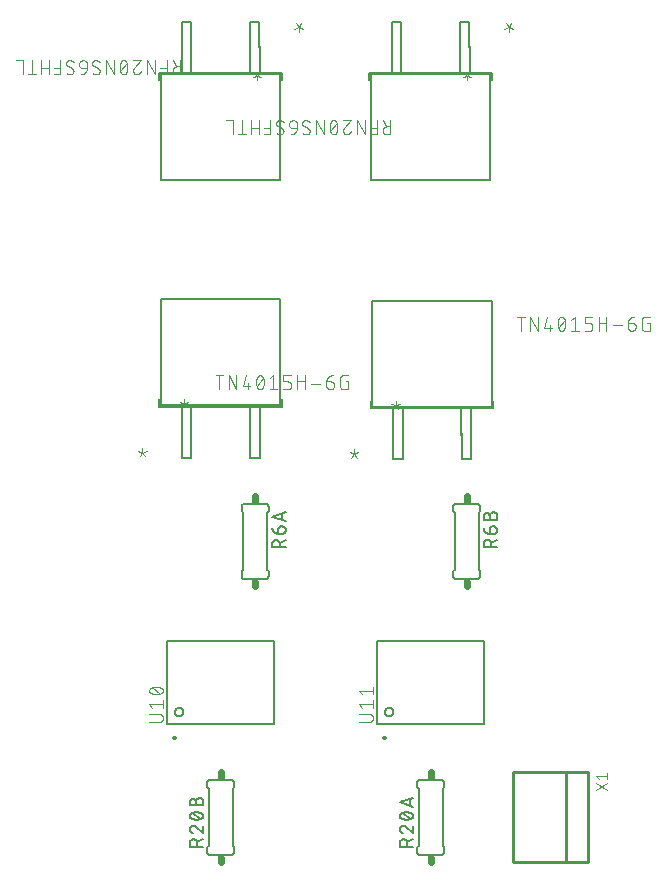
<source format=gbr>
G04 EAGLE Gerber RS-274X export*
G75*
%MOMM*%
%FSLAX34Y34*%
%LPD*%
%INSilkscreen Top*%
%IPPOS*%
%AMOC8*
5,1,8,0,0,1.08239X$1,22.5*%
G01*
%ADD10C,0.152400*%
%ADD11C,0.076200*%
%ADD12C,0.200000*%
%ADD13C,0.101600*%
%ADD14C,0.254000*%
%ADD15C,0.609600*%
%ADD16R,0.609600X0.254000*%
%ADD17C,0.127000*%


D10*
X278892Y1340358D02*
X287020Y1340358D01*
X286766Y1384554D01*
X278892Y1384554D01*
X278892Y1340358D01*
X229108Y1340358D02*
X220980Y1340358D01*
X229108Y1340358D02*
X228854Y1384554D01*
X220980Y1384554D01*
X220980Y1340358D01*
X203454Y1340358D02*
X304546Y1340358D01*
X203454Y1340358D02*
X203454Y1250442D01*
X304546Y1250442D01*
X304546Y1340358D01*
D11*
X284769Y1339144D02*
X284769Y1335165D01*
X284769Y1339144D02*
X282448Y1342129D01*
X284769Y1339144D02*
X287091Y1342129D01*
X284769Y1339144D02*
X281122Y1337818D01*
X284769Y1339144D02*
X288417Y1337818D01*
D10*
X287020Y1346454D02*
X287020Y1364488D01*
X229108Y1364488D02*
X229108Y1346454D01*
X278892Y1346454D02*
X278892Y1364488D01*
X220980Y1364488D02*
X220980Y1346454D01*
X202184Y1341628D02*
X305816Y1341628D01*
X202184Y1341628D02*
X202184Y1335024D01*
X305816Y1335024D02*
X305816Y1341628D01*
D11*
X320075Y1376313D02*
X320075Y1380292D01*
X317754Y1383277D01*
X320075Y1380292D02*
X322397Y1383277D01*
X320075Y1380292D02*
X316428Y1378966D01*
X320075Y1380292D02*
X323723Y1378966D01*
X220091Y1352169D02*
X220091Y1340231D01*
X216775Y1340231D01*
X216661Y1340233D01*
X216546Y1340239D01*
X216432Y1340249D01*
X216319Y1340263D01*
X216205Y1340280D01*
X216093Y1340302D01*
X215981Y1340327D01*
X215871Y1340357D01*
X215761Y1340390D01*
X215653Y1340427D01*
X215546Y1340467D01*
X215440Y1340512D01*
X215336Y1340559D01*
X215234Y1340611D01*
X215134Y1340666D01*
X215035Y1340724D01*
X214939Y1340786D01*
X214844Y1340851D01*
X214753Y1340919D01*
X214663Y1340991D01*
X214576Y1341065D01*
X214492Y1341142D01*
X214410Y1341223D01*
X214331Y1341306D01*
X214255Y1341391D01*
X214182Y1341480D01*
X214113Y1341570D01*
X214046Y1341663D01*
X213983Y1341759D01*
X213923Y1341856D01*
X213866Y1341956D01*
X213813Y1342057D01*
X213763Y1342160D01*
X213717Y1342265D01*
X213674Y1342371D01*
X213636Y1342479D01*
X213601Y1342588D01*
X213570Y1342698D01*
X213542Y1342809D01*
X213519Y1342921D01*
X213499Y1343034D01*
X213483Y1343147D01*
X213471Y1343261D01*
X213463Y1343375D01*
X213459Y1343490D01*
X213459Y1343604D01*
X213463Y1343719D01*
X213471Y1343833D01*
X213483Y1343947D01*
X213499Y1344060D01*
X213519Y1344173D01*
X213542Y1344285D01*
X213570Y1344396D01*
X213601Y1344506D01*
X213636Y1344615D01*
X213674Y1344723D01*
X213717Y1344829D01*
X213763Y1344934D01*
X213813Y1345037D01*
X213866Y1345138D01*
X213923Y1345238D01*
X213983Y1345335D01*
X214046Y1345431D01*
X214113Y1345524D01*
X214182Y1345614D01*
X214255Y1345703D01*
X214331Y1345788D01*
X214410Y1345871D01*
X214492Y1345952D01*
X214576Y1346029D01*
X214663Y1346103D01*
X214753Y1346175D01*
X214844Y1346243D01*
X214939Y1346308D01*
X215035Y1346370D01*
X215134Y1346428D01*
X215234Y1346483D01*
X215336Y1346535D01*
X215440Y1346582D01*
X215546Y1346627D01*
X215653Y1346667D01*
X215761Y1346704D01*
X215871Y1346737D01*
X215981Y1346767D01*
X216093Y1346792D01*
X216205Y1346814D01*
X216319Y1346831D01*
X216432Y1346845D01*
X216546Y1346855D01*
X216661Y1346861D01*
X216775Y1346863D01*
X220091Y1346863D01*
X216112Y1346863D02*
X213459Y1352169D01*
X208325Y1352169D02*
X208325Y1340231D01*
X203019Y1340231D01*
X203019Y1345537D02*
X208325Y1345537D01*
X198438Y1340231D02*
X198438Y1352169D01*
X191806Y1352169D02*
X198438Y1340231D01*
X191806Y1340231D02*
X191806Y1352169D01*
X179995Y1343216D02*
X179997Y1343109D01*
X180003Y1343003D01*
X180012Y1342897D01*
X180025Y1342791D01*
X180042Y1342686D01*
X180063Y1342581D01*
X180088Y1342478D01*
X180116Y1342375D01*
X180148Y1342273D01*
X180183Y1342173D01*
X180222Y1342074D01*
X180265Y1341976D01*
X180311Y1341880D01*
X180360Y1341785D01*
X180413Y1341693D01*
X180469Y1341602D01*
X180528Y1341514D01*
X180590Y1341427D01*
X180656Y1341343D01*
X180724Y1341261D01*
X180795Y1341182D01*
X180869Y1341105D01*
X180946Y1341031D01*
X181025Y1340960D01*
X181107Y1340892D01*
X181191Y1340826D01*
X181278Y1340764D01*
X181366Y1340705D01*
X181457Y1340649D01*
X181549Y1340596D01*
X181644Y1340547D01*
X181740Y1340501D01*
X181838Y1340458D01*
X181937Y1340419D01*
X182037Y1340384D01*
X182139Y1340352D01*
X182242Y1340324D01*
X182345Y1340299D01*
X182450Y1340278D01*
X182555Y1340261D01*
X182661Y1340248D01*
X182767Y1340239D01*
X182873Y1340233D01*
X182980Y1340231D01*
X183101Y1340233D01*
X183221Y1340239D01*
X183341Y1340248D01*
X183461Y1340261D01*
X183580Y1340278D01*
X183699Y1340299D01*
X183817Y1340323D01*
X183934Y1340352D01*
X184050Y1340383D01*
X184166Y1340419D01*
X184280Y1340458D01*
X184392Y1340501D01*
X184504Y1340547D01*
X184614Y1340596D01*
X184722Y1340650D01*
X184828Y1340706D01*
X184933Y1340766D01*
X185036Y1340829D01*
X185136Y1340895D01*
X185235Y1340964D01*
X185331Y1341037D01*
X185425Y1341112D01*
X185517Y1341190D01*
X185606Y1341272D01*
X185693Y1341356D01*
X185777Y1341442D01*
X185858Y1341531D01*
X185936Y1341623D01*
X186011Y1341717D01*
X186083Y1341814D01*
X186153Y1341912D01*
X186219Y1342013D01*
X186282Y1342116D01*
X186341Y1342221D01*
X186398Y1342327D01*
X186451Y1342436D01*
X186500Y1342545D01*
X186546Y1342657D01*
X186589Y1342770D01*
X186627Y1342884D01*
X180990Y1345538D02*
X180910Y1345458D01*
X180832Y1345376D01*
X180758Y1345292D01*
X180686Y1345204D01*
X180618Y1345115D01*
X180552Y1345022D01*
X180490Y1344928D01*
X180432Y1344832D01*
X180377Y1344733D01*
X180325Y1344633D01*
X180277Y1344531D01*
X180232Y1344427D01*
X180192Y1344322D01*
X180155Y1344215D01*
X180121Y1344107D01*
X180092Y1343998D01*
X180066Y1343888D01*
X180045Y1343777D01*
X180027Y1343666D01*
X180013Y1343554D01*
X180003Y1343442D01*
X179997Y1343329D01*
X179995Y1343216D01*
X180990Y1345537D02*
X186628Y1352169D01*
X179995Y1352169D01*
X175198Y1346200D02*
X175195Y1345965D01*
X175187Y1345730D01*
X175173Y1345496D01*
X175153Y1345262D01*
X175128Y1345028D01*
X175097Y1344796D01*
X175061Y1344564D01*
X175019Y1344332D01*
X174972Y1344102D01*
X174919Y1343874D01*
X174861Y1343646D01*
X174797Y1343420D01*
X174728Y1343196D01*
X174654Y1342973D01*
X174574Y1342752D01*
X174489Y1342533D01*
X174399Y1342316D01*
X174304Y1342101D01*
X174203Y1341889D01*
X174202Y1341889D02*
X174169Y1341797D01*
X174131Y1341706D01*
X174090Y1341617D01*
X174046Y1341529D01*
X173998Y1341444D01*
X173947Y1341360D01*
X173892Y1341278D01*
X173834Y1341199D01*
X173773Y1341122D01*
X173709Y1341048D01*
X173642Y1340976D01*
X173572Y1340907D01*
X173500Y1340841D01*
X173425Y1340777D01*
X173347Y1340717D01*
X173267Y1340660D01*
X173185Y1340606D01*
X173101Y1340556D01*
X173015Y1340509D01*
X172927Y1340465D01*
X172837Y1340425D01*
X172746Y1340388D01*
X172653Y1340356D01*
X172559Y1340327D01*
X172465Y1340301D01*
X172369Y1340280D01*
X172272Y1340262D01*
X172175Y1340249D01*
X172077Y1340239D01*
X171979Y1340233D01*
X171881Y1340231D01*
X171783Y1340233D01*
X171685Y1340239D01*
X171587Y1340249D01*
X171490Y1340262D01*
X171393Y1340280D01*
X171297Y1340301D01*
X171203Y1340327D01*
X171109Y1340356D01*
X171016Y1340388D01*
X170925Y1340425D01*
X170835Y1340465D01*
X170747Y1340509D01*
X170661Y1340556D01*
X170577Y1340606D01*
X170495Y1340660D01*
X170415Y1340717D01*
X170337Y1340777D01*
X170262Y1340841D01*
X170190Y1340907D01*
X170120Y1340976D01*
X170053Y1341048D01*
X169989Y1341122D01*
X169928Y1341199D01*
X169870Y1341278D01*
X169815Y1341360D01*
X169764Y1341444D01*
X169716Y1341529D01*
X169672Y1341617D01*
X169631Y1341706D01*
X169593Y1341797D01*
X169560Y1341889D01*
X169459Y1342101D01*
X169364Y1342316D01*
X169274Y1342533D01*
X169189Y1342752D01*
X169109Y1342973D01*
X169035Y1343195D01*
X168966Y1343420D01*
X168902Y1343646D01*
X168844Y1343874D01*
X168791Y1344102D01*
X168744Y1344332D01*
X168702Y1344564D01*
X168666Y1344796D01*
X168635Y1345028D01*
X168610Y1345262D01*
X168590Y1345496D01*
X168576Y1345730D01*
X168568Y1345965D01*
X168565Y1346200D01*
X175198Y1346200D02*
X175195Y1346435D01*
X175187Y1346670D01*
X175173Y1346904D01*
X175153Y1347138D01*
X175128Y1347372D01*
X175097Y1347604D01*
X175061Y1347836D01*
X175019Y1348068D01*
X174972Y1348298D01*
X174919Y1348526D01*
X174861Y1348754D01*
X174797Y1348980D01*
X174728Y1349204D01*
X174654Y1349427D01*
X174574Y1349648D01*
X174489Y1349867D01*
X174399Y1350084D01*
X174304Y1350299D01*
X174203Y1350511D01*
X174202Y1350511D02*
X174169Y1350603D01*
X174131Y1350694D01*
X174090Y1350783D01*
X174046Y1350871D01*
X173998Y1350956D01*
X173946Y1351040D01*
X173892Y1351122D01*
X173834Y1351201D01*
X173773Y1351278D01*
X173709Y1351352D01*
X173642Y1351424D01*
X173572Y1351493D01*
X173500Y1351559D01*
X173425Y1351623D01*
X173347Y1351683D01*
X173267Y1351740D01*
X173185Y1351794D01*
X173101Y1351844D01*
X173015Y1351891D01*
X172927Y1351935D01*
X172837Y1351975D01*
X172746Y1352012D01*
X172653Y1352044D01*
X172559Y1352073D01*
X172465Y1352099D01*
X172369Y1352120D01*
X172272Y1352138D01*
X172175Y1352151D01*
X172077Y1352161D01*
X171979Y1352167D01*
X171881Y1352169D01*
X169560Y1350511D02*
X169459Y1350299D01*
X169364Y1350084D01*
X169274Y1349867D01*
X169189Y1349648D01*
X169109Y1349427D01*
X169035Y1349205D01*
X168966Y1348980D01*
X168902Y1348754D01*
X168844Y1348526D01*
X168791Y1348298D01*
X168744Y1348068D01*
X168702Y1347836D01*
X168666Y1347604D01*
X168635Y1347372D01*
X168610Y1347138D01*
X168590Y1346904D01*
X168576Y1346670D01*
X168568Y1346435D01*
X168565Y1346200D01*
X169560Y1350511D02*
X169593Y1350603D01*
X169631Y1350694D01*
X169672Y1350783D01*
X169716Y1350871D01*
X169764Y1350956D01*
X169816Y1351040D01*
X169870Y1351122D01*
X169928Y1351201D01*
X169989Y1351278D01*
X170053Y1351352D01*
X170120Y1351424D01*
X170190Y1351493D01*
X170262Y1351559D01*
X170337Y1351623D01*
X170415Y1351683D01*
X170495Y1351740D01*
X170577Y1351794D01*
X170661Y1351844D01*
X170747Y1351891D01*
X170835Y1351935D01*
X170925Y1351975D01*
X171016Y1352012D01*
X171109Y1352044D01*
X171203Y1352073D01*
X171297Y1352099D01*
X171393Y1352120D01*
X171490Y1352138D01*
X171587Y1352151D01*
X171685Y1352161D01*
X171783Y1352167D01*
X171881Y1352169D01*
X174534Y1349516D02*
X169229Y1342884D01*
X163387Y1340231D02*
X163387Y1352169D01*
X156754Y1352169D02*
X163387Y1340231D01*
X156754Y1340231D02*
X156754Y1352169D01*
X147977Y1352169D02*
X147875Y1352167D01*
X147774Y1352161D01*
X147673Y1352151D01*
X147572Y1352138D01*
X147472Y1352120D01*
X147373Y1352099D01*
X147274Y1352074D01*
X147177Y1352045D01*
X147080Y1352013D01*
X146985Y1351977D01*
X146892Y1351937D01*
X146800Y1351894D01*
X146710Y1351847D01*
X146621Y1351796D01*
X146535Y1351743D01*
X146451Y1351686D01*
X146369Y1351626D01*
X146289Y1351563D01*
X146212Y1351497D01*
X146137Y1351428D01*
X146065Y1351356D01*
X145996Y1351281D01*
X145930Y1351204D01*
X145867Y1351124D01*
X145807Y1351042D01*
X145750Y1350958D01*
X145697Y1350872D01*
X145646Y1350783D01*
X145599Y1350693D01*
X145556Y1350601D01*
X145516Y1350508D01*
X145480Y1350413D01*
X145448Y1350316D01*
X145419Y1350219D01*
X145394Y1350120D01*
X145373Y1350021D01*
X145355Y1349921D01*
X145342Y1349820D01*
X145332Y1349719D01*
X145326Y1349618D01*
X145324Y1349516D01*
X147977Y1352169D02*
X148125Y1352167D01*
X148272Y1352161D01*
X148419Y1352152D01*
X148566Y1352138D01*
X148712Y1352121D01*
X148858Y1352099D01*
X149004Y1352074D01*
X149148Y1352045D01*
X149292Y1352013D01*
X149435Y1351976D01*
X149577Y1351936D01*
X149718Y1351892D01*
X149857Y1351844D01*
X149995Y1351793D01*
X150132Y1351738D01*
X150268Y1351679D01*
X150402Y1351617D01*
X150534Y1351552D01*
X150664Y1351483D01*
X150792Y1351410D01*
X150919Y1351335D01*
X151044Y1351256D01*
X151166Y1351173D01*
X151286Y1351088D01*
X151404Y1350999D01*
X151519Y1350907D01*
X151632Y1350813D01*
X151743Y1350715D01*
X151851Y1350614D01*
X151956Y1350511D01*
X151625Y1342884D02*
X151623Y1342782D01*
X151617Y1342681D01*
X151607Y1342580D01*
X151594Y1342479D01*
X151576Y1342379D01*
X151555Y1342280D01*
X151530Y1342181D01*
X151501Y1342084D01*
X151469Y1341987D01*
X151433Y1341892D01*
X151393Y1341799D01*
X151350Y1341707D01*
X151303Y1341617D01*
X151252Y1341528D01*
X151199Y1341442D01*
X151142Y1341358D01*
X151082Y1341276D01*
X151019Y1341196D01*
X150953Y1341119D01*
X150884Y1341044D01*
X150812Y1340972D01*
X150737Y1340903D01*
X150660Y1340837D01*
X150580Y1340774D01*
X150498Y1340714D01*
X150414Y1340657D01*
X150328Y1340604D01*
X150239Y1340553D01*
X150149Y1340506D01*
X150057Y1340463D01*
X149964Y1340423D01*
X149869Y1340387D01*
X149772Y1340355D01*
X149675Y1340326D01*
X149577Y1340301D01*
X149477Y1340280D01*
X149377Y1340262D01*
X149276Y1340249D01*
X149175Y1340239D01*
X149074Y1340233D01*
X148972Y1340231D01*
X148833Y1340233D01*
X148694Y1340239D01*
X148555Y1340249D01*
X148417Y1340262D01*
X148278Y1340280D01*
X148141Y1340301D01*
X148004Y1340326D01*
X147868Y1340355D01*
X147733Y1340388D01*
X147598Y1340424D01*
X147465Y1340465D01*
X147333Y1340509D01*
X147202Y1340556D01*
X147073Y1340608D01*
X146945Y1340663D01*
X146819Y1340721D01*
X146694Y1340783D01*
X146572Y1340849D01*
X146451Y1340917D01*
X146332Y1340990D01*
X146215Y1341065D01*
X146100Y1341144D01*
X145988Y1341226D01*
X150299Y1345205D02*
X150384Y1345153D01*
X150467Y1345097D01*
X150548Y1345039D01*
X150627Y1344977D01*
X150703Y1344913D01*
X150777Y1344846D01*
X150849Y1344776D01*
X150917Y1344704D01*
X150984Y1344629D01*
X151047Y1344552D01*
X151107Y1344472D01*
X151165Y1344390D01*
X151219Y1344306D01*
X151270Y1344221D01*
X151318Y1344133D01*
X151363Y1344044D01*
X151404Y1343953D01*
X151442Y1343860D01*
X151476Y1343766D01*
X151507Y1343672D01*
X151535Y1343575D01*
X151559Y1343478D01*
X151579Y1343381D01*
X151595Y1343282D01*
X151608Y1343183D01*
X151618Y1343084D01*
X151623Y1342984D01*
X151625Y1342884D01*
X146651Y1347195D02*
X146566Y1347247D01*
X146483Y1347303D01*
X146402Y1347361D01*
X146323Y1347423D01*
X146247Y1347487D01*
X146173Y1347554D01*
X146101Y1347624D01*
X146033Y1347696D01*
X145966Y1347771D01*
X145903Y1347848D01*
X145843Y1347928D01*
X145785Y1348010D01*
X145731Y1348094D01*
X145680Y1348179D01*
X145632Y1348267D01*
X145587Y1348356D01*
X145546Y1348447D01*
X145508Y1348540D01*
X145474Y1348634D01*
X145443Y1348728D01*
X145415Y1348825D01*
X145391Y1348922D01*
X145371Y1349019D01*
X145355Y1349118D01*
X145342Y1349217D01*
X145332Y1349316D01*
X145327Y1349416D01*
X145325Y1349516D01*
X146651Y1347195D02*
X150299Y1345205D01*
X140908Y1345537D02*
X136928Y1345537D01*
X136826Y1345539D01*
X136725Y1345545D01*
X136624Y1345555D01*
X136523Y1345568D01*
X136423Y1345586D01*
X136324Y1345607D01*
X136225Y1345632D01*
X136128Y1345661D01*
X136031Y1345693D01*
X135936Y1345729D01*
X135843Y1345769D01*
X135751Y1345812D01*
X135661Y1345859D01*
X135572Y1345910D01*
X135486Y1345963D01*
X135402Y1346020D01*
X135320Y1346080D01*
X135240Y1346143D01*
X135163Y1346209D01*
X135088Y1346278D01*
X135016Y1346350D01*
X134947Y1346425D01*
X134881Y1346502D01*
X134818Y1346582D01*
X134758Y1346664D01*
X134701Y1346748D01*
X134648Y1346834D01*
X134597Y1346923D01*
X134550Y1347013D01*
X134507Y1347105D01*
X134467Y1347198D01*
X134431Y1347293D01*
X134399Y1347390D01*
X134370Y1347487D01*
X134345Y1347586D01*
X134324Y1347685D01*
X134306Y1347785D01*
X134293Y1347886D01*
X134283Y1347987D01*
X134277Y1348088D01*
X134275Y1348190D01*
X134275Y1348853D01*
X134276Y1348853D02*
X134278Y1348967D01*
X134284Y1349082D01*
X134294Y1349196D01*
X134308Y1349309D01*
X134325Y1349423D01*
X134347Y1349535D01*
X134372Y1349647D01*
X134402Y1349757D01*
X134435Y1349867D01*
X134472Y1349975D01*
X134512Y1350082D01*
X134557Y1350188D01*
X134604Y1350292D01*
X134656Y1350394D01*
X134711Y1350494D01*
X134769Y1350593D01*
X134831Y1350689D01*
X134896Y1350784D01*
X134964Y1350875D01*
X135036Y1350965D01*
X135110Y1351052D01*
X135187Y1351136D01*
X135268Y1351218D01*
X135351Y1351297D01*
X135436Y1351373D01*
X135525Y1351446D01*
X135615Y1351515D01*
X135708Y1351582D01*
X135804Y1351645D01*
X135901Y1351705D01*
X136001Y1351762D01*
X136102Y1351815D01*
X136205Y1351865D01*
X136310Y1351911D01*
X136416Y1351954D01*
X136524Y1351992D01*
X136633Y1352027D01*
X136743Y1352058D01*
X136854Y1352086D01*
X136966Y1352109D01*
X137079Y1352129D01*
X137192Y1352145D01*
X137306Y1352157D01*
X137420Y1352165D01*
X137535Y1352169D01*
X137649Y1352169D01*
X137764Y1352165D01*
X137878Y1352157D01*
X137992Y1352145D01*
X138105Y1352129D01*
X138218Y1352109D01*
X138330Y1352086D01*
X138441Y1352058D01*
X138551Y1352027D01*
X138660Y1351992D01*
X138768Y1351954D01*
X138874Y1351911D01*
X138979Y1351865D01*
X139082Y1351815D01*
X139183Y1351762D01*
X139283Y1351705D01*
X139380Y1351645D01*
X139476Y1351582D01*
X139569Y1351515D01*
X139659Y1351446D01*
X139748Y1351373D01*
X139833Y1351297D01*
X139916Y1351218D01*
X139997Y1351136D01*
X140074Y1351052D01*
X140148Y1350965D01*
X140220Y1350875D01*
X140288Y1350784D01*
X140353Y1350689D01*
X140415Y1350593D01*
X140473Y1350494D01*
X140528Y1350394D01*
X140580Y1350292D01*
X140627Y1350188D01*
X140672Y1350082D01*
X140712Y1349975D01*
X140749Y1349867D01*
X140782Y1349757D01*
X140812Y1349647D01*
X140837Y1349535D01*
X140859Y1349423D01*
X140876Y1349309D01*
X140890Y1349196D01*
X140900Y1349082D01*
X140906Y1348967D01*
X140908Y1348853D01*
X140908Y1345537D01*
X140906Y1345393D01*
X140900Y1345250D01*
X140890Y1345106D01*
X140877Y1344963D01*
X140859Y1344821D01*
X140838Y1344679D01*
X140813Y1344537D01*
X140784Y1344396D01*
X140751Y1344256D01*
X140715Y1344118D01*
X140674Y1343980D01*
X140630Y1343843D01*
X140583Y1343707D01*
X140531Y1343573D01*
X140476Y1343440D01*
X140418Y1343309D01*
X140356Y1343179D01*
X140290Y1343052D01*
X140221Y1342926D01*
X140148Y1342801D01*
X140073Y1342679D01*
X139994Y1342559D01*
X139911Y1342442D01*
X139826Y1342326D01*
X139738Y1342213D01*
X139646Y1342102D01*
X139552Y1341994D01*
X139454Y1341888D01*
X139354Y1341785D01*
X139251Y1341685D01*
X139145Y1341587D01*
X139037Y1341493D01*
X138926Y1341401D01*
X138813Y1341313D01*
X138698Y1341228D01*
X138580Y1341145D01*
X138460Y1341066D01*
X138338Y1340991D01*
X138213Y1340918D01*
X138087Y1340849D01*
X137960Y1340784D01*
X137830Y1340721D01*
X137699Y1340663D01*
X137566Y1340608D01*
X137432Y1340556D01*
X137296Y1340509D01*
X137159Y1340465D01*
X137022Y1340424D01*
X136883Y1340388D01*
X136743Y1340355D01*
X136602Y1340326D01*
X136460Y1340301D01*
X136318Y1340280D01*
X136176Y1340262D01*
X136033Y1340249D01*
X135889Y1340239D01*
X135746Y1340233D01*
X135602Y1340231D01*
X125879Y1352169D02*
X125777Y1352167D01*
X125676Y1352161D01*
X125575Y1352151D01*
X125474Y1352138D01*
X125374Y1352120D01*
X125275Y1352099D01*
X125176Y1352074D01*
X125079Y1352045D01*
X124982Y1352013D01*
X124887Y1351977D01*
X124794Y1351937D01*
X124702Y1351894D01*
X124612Y1351847D01*
X124523Y1351796D01*
X124437Y1351743D01*
X124353Y1351686D01*
X124271Y1351626D01*
X124191Y1351563D01*
X124114Y1351497D01*
X124039Y1351428D01*
X123967Y1351356D01*
X123898Y1351281D01*
X123832Y1351204D01*
X123769Y1351124D01*
X123709Y1351042D01*
X123652Y1350958D01*
X123599Y1350872D01*
X123548Y1350783D01*
X123501Y1350693D01*
X123458Y1350601D01*
X123418Y1350508D01*
X123382Y1350413D01*
X123350Y1350316D01*
X123321Y1350219D01*
X123296Y1350120D01*
X123275Y1350021D01*
X123257Y1349921D01*
X123244Y1349820D01*
X123234Y1349719D01*
X123228Y1349618D01*
X123226Y1349516D01*
X125879Y1352169D02*
X126027Y1352167D01*
X126174Y1352161D01*
X126321Y1352152D01*
X126468Y1352138D01*
X126614Y1352121D01*
X126760Y1352099D01*
X126906Y1352074D01*
X127050Y1352045D01*
X127194Y1352013D01*
X127337Y1351976D01*
X127479Y1351936D01*
X127620Y1351892D01*
X127759Y1351844D01*
X127897Y1351793D01*
X128034Y1351738D01*
X128170Y1351679D01*
X128304Y1351617D01*
X128436Y1351552D01*
X128566Y1351483D01*
X128694Y1351410D01*
X128821Y1351335D01*
X128946Y1351256D01*
X129068Y1351173D01*
X129188Y1351088D01*
X129306Y1350999D01*
X129421Y1350907D01*
X129534Y1350813D01*
X129645Y1350715D01*
X129753Y1350614D01*
X129858Y1350511D01*
X129527Y1342884D02*
X129525Y1342782D01*
X129519Y1342681D01*
X129509Y1342580D01*
X129496Y1342479D01*
X129478Y1342379D01*
X129457Y1342280D01*
X129432Y1342181D01*
X129403Y1342084D01*
X129371Y1341987D01*
X129335Y1341892D01*
X129295Y1341799D01*
X129252Y1341707D01*
X129205Y1341617D01*
X129154Y1341528D01*
X129101Y1341442D01*
X129044Y1341358D01*
X128984Y1341276D01*
X128921Y1341196D01*
X128855Y1341119D01*
X128786Y1341044D01*
X128714Y1340972D01*
X128639Y1340903D01*
X128562Y1340837D01*
X128482Y1340774D01*
X128400Y1340714D01*
X128316Y1340657D01*
X128230Y1340604D01*
X128141Y1340553D01*
X128051Y1340506D01*
X127959Y1340463D01*
X127866Y1340423D01*
X127771Y1340387D01*
X127674Y1340355D01*
X127577Y1340326D01*
X127479Y1340301D01*
X127379Y1340280D01*
X127279Y1340262D01*
X127178Y1340249D01*
X127077Y1340239D01*
X126976Y1340233D01*
X126874Y1340231D01*
X126735Y1340233D01*
X126596Y1340239D01*
X126457Y1340249D01*
X126319Y1340262D01*
X126180Y1340280D01*
X126043Y1340301D01*
X125906Y1340326D01*
X125770Y1340355D01*
X125635Y1340388D01*
X125500Y1340424D01*
X125367Y1340465D01*
X125235Y1340509D01*
X125104Y1340556D01*
X124975Y1340608D01*
X124847Y1340663D01*
X124721Y1340721D01*
X124596Y1340783D01*
X124474Y1340849D01*
X124353Y1340917D01*
X124234Y1340990D01*
X124117Y1341065D01*
X124002Y1341144D01*
X123890Y1341226D01*
X128201Y1345205D02*
X128286Y1345153D01*
X128369Y1345097D01*
X128450Y1345039D01*
X128529Y1344977D01*
X128605Y1344913D01*
X128679Y1344846D01*
X128751Y1344776D01*
X128819Y1344704D01*
X128886Y1344629D01*
X128949Y1344552D01*
X129009Y1344472D01*
X129067Y1344390D01*
X129121Y1344306D01*
X129172Y1344221D01*
X129220Y1344133D01*
X129265Y1344044D01*
X129306Y1343953D01*
X129344Y1343860D01*
X129378Y1343766D01*
X129409Y1343672D01*
X129437Y1343575D01*
X129461Y1343478D01*
X129481Y1343381D01*
X129497Y1343282D01*
X129510Y1343183D01*
X129520Y1343084D01*
X129525Y1342984D01*
X129527Y1342884D01*
X124553Y1347195D02*
X124468Y1347247D01*
X124385Y1347303D01*
X124304Y1347361D01*
X124225Y1347423D01*
X124149Y1347487D01*
X124075Y1347554D01*
X124003Y1347624D01*
X123935Y1347696D01*
X123868Y1347771D01*
X123805Y1347848D01*
X123745Y1347928D01*
X123687Y1348010D01*
X123633Y1348094D01*
X123582Y1348179D01*
X123534Y1348267D01*
X123489Y1348356D01*
X123448Y1348447D01*
X123410Y1348540D01*
X123376Y1348634D01*
X123345Y1348728D01*
X123317Y1348825D01*
X123293Y1348922D01*
X123273Y1349019D01*
X123257Y1349118D01*
X123244Y1349217D01*
X123234Y1349316D01*
X123229Y1349416D01*
X123227Y1349516D01*
X124553Y1347195D02*
X128201Y1345205D01*
X118409Y1340231D02*
X118409Y1352169D01*
X118409Y1340231D02*
X113103Y1340231D01*
X113103Y1345537D02*
X118409Y1345537D01*
X108523Y1340231D02*
X108523Y1352169D01*
X108523Y1345537D02*
X101891Y1345537D01*
X101891Y1340231D02*
X101891Y1352169D01*
X94158Y1352169D02*
X94158Y1340231D01*
X97474Y1340231D02*
X90842Y1340231D01*
X86405Y1340231D02*
X86405Y1352169D01*
X81099Y1352169D01*
D10*
X456692Y1340358D02*
X464820Y1340358D01*
X464566Y1384554D01*
X456692Y1384554D01*
X456692Y1340358D01*
X406908Y1340358D02*
X398780Y1340358D01*
X406908Y1340358D02*
X406654Y1384554D01*
X398780Y1384554D01*
X398780Y1340358D01*
X381254Y1340358D02*
X482346Y1340358D01*
X381254Y1340358D02*
X381254Y1250442D01*
X482346Y1250442D01*
X482346Y1340358D01*
D11*
X462569Y1339144D02*
X462569Y1335165D01*
X462569Y1339144D02*
X460248Y1342129D01*
X462569Y1339144D02*
X464891Y1342129D01*
X462569Y1339144D02*
X458922Y1337818D01*
X462569Y1339144D02*
X466217Y1337818D01*
D10*
X464820Y1346454D02*
X464820Y1364488D01*
X406908Y1364488D02*
X406908Y1346454D01*
X456692Y1346454D02*
X456692Y1364488D01*
X398780Y1364488D02*
X398780Y1346454D01*
X379984Y1341628D02*
X483616Y1341628D01*
X379984Y1341628D02*
X379984Y1335024D01*
X483616Y1335024D02*
X483616Y1341628D01*
D11*
X497875Y1376313D02*
X497875Y1380292D01*
X495554Y1383277D01*
X497875Y1380292D02*
X500197Y1383277D01*
X497875Y1380292D02*
X494228Y1378966D01*
X497875Y1380292D02*
X501523Y1378966D01*
X397891Y1301369D02*
X397891Y1289431D01*
X394575Y1289431D01*
X394461Y1289433D01*
X394346Y1289439D01*
X394232Y1289449D01*
X394119Y1289463D01*
X394005Y1289480D01*
X393893Y1289502D01*
X393781Y1289527D01*
X393671Y1289557D01*
X393561Y1289590D01*
X393453Y1289627D01*
X393346Y1289667D01*
X393240Y1289712D01*
X393136Y1289759D01*
X393034Y1289811D01*
X392934Y1289866D01*
X392835Y1289924D01*
X392739Y1289986D01*
X392644Y1290051D01*
X392553Y1290119D01*
X392463Y1290191D01*
X392376Y1290265D01*
X392292Y1290342D01*
X392210Y1290423D01*
X392131Y1290506D01*
X392055Y1290591D01*
X391982Y1290680D01*
X391913Y1290770D01*
X391846Y1290863D01*
X391783Y1290959D01*
X391723Y1291056D01*
X391666Y1291156D01*
X391613Y1291257D01*
X391563Y1291360D01*
X391517Y1291465D01*
X391474Y1291571D01*
X391436Y1291679D01*
X391401Y1291788D01*
X391370Y1291898D01*
X391342Y1292009D01*
X391319Y1292121D01*
X391299Y1292234D01*
X391283Y1292347D01*
X391271Y1292461D01*
X391263Y1292575D01*
X391259Y1292690D01*
X391259Y1292804D01*
X391263Y1292919D01*
X391271Y1293033D01*
X391283Y1293147D01*
X391299Y1293260D01*
X391319Y1293373D01*
X391342Y1293485D01*
X391370Y1293596D01*
X391401Y1293706D01*
X391436Y1293815D01*
X391474Y1293923D01*
X391517Y1294029D01*
X391563Y1294134D01*
X391613Y1294237D01*
X391666Y1294338D01*
X391723Y1294438D01*
X391783Y1294535D01*
X391846Y1294631D01*
X391913Y1294724D01*
X391982Y1294814D01*
X392055Y1294903D01*
X392131Y1294988D01*
X392210Y1295071D01*
X392292Y1295152D01*
X392376Y1295229D01*
X392463Y1295303D01*
X392553Y1295375D01*
X392644Y1295443D01*
X392739Y1295508D01*
X392835Y1295570D01*
X392934Y1295628D01*
X393034Y1295683D01*
X393136Y1295735D01*
X393240Y1295782D01*
X393346Y1295827D01*
X393453Y1295867D01*
X393561Y1295904D01*
X393671Y1295937D01*
X393781Y1295967D01*
X393893Y1295992D01*
X394005Y1296014D01*
X394119Y1296031D01*
X394232Y1296045D01*
X394346Y1296055D01*
X394461Y1296061D01*
X394575Y1296063D01*
X397891Y1296063D01*
X393912Y1296063D02*
X391259Y1301369D01*
X386125Y1301369D02*
X386125Y1289431D01*
X380819Y1289431D01*
X380819Y1294737D02*
X386125Y1294737D01*
X376238Y1289431D02*
X376238Y1301369D01*
X369606Y1301369D02*
X376238Y1289431D01*
X369606Y1289431D02*
X369606Y1301369D01*
X357795Y1292416D02*
X357797Y1292309D01*
X357803Y1292203D01*
X357812Y1292097D01*
X357825Y1291991D01*
X357842Y1291886D01*
X357863Y1291781D01*
X357888Y1291678D01*
X357916Y1291575D01*
X357948Y1291473D01*
X357983Y1291373D01*
X358022Y1291274D01*
X358065Y1291176D01*
X358111Y1291080D01*
X358160Y1290985D01*
X358213Y1290893D01*
X358269Y1290802D01*
X358328Y1290714D01*
X358390Y1290627D01*
X358456Y1290543D01*
X358524Y1290461D01*
X358595Y1290382D01*
X358669Y1290305D01*
X358746Y1290231D01*
X358825Y1290160D01*
X358907Y1290092D01*
X358991Y1290026D01*
X359078Y1289964D01*
X359166Y1289905D01*
X359257Y1289849D01*
X359349Y1289796D01*
X359444Y1289747D01*
X359540Y1289701D01*
X359638Y1289658D01*
X359737Y1289619D01*
X359837Y1289584D01*
X359939Y1289552D01*
X360042Y1289524D01*
X360145Y1289499D01*
X360250Y1289478D01*
X360355Y1289461D01*
X360461Y1289448D01*
X360567Y1289439D01*
X360673Y1289433D01*
X360780Y1289431D01*
X360901Y1289433D01*
X361021Y1289439D01*
X361141Y1289448D01*
X361261Y1289461D01*
X361380Y1289478D01*
X361499Y1289499D01*
X361617Y1289523D01*
X361734Y1289552D01*
X361850Y1289583D01*
X361966Y1289619D01*
X362080Y1289658D01*
X362192Y1289701D01*
X362304Y1289747D01*
X362414Y1289796D01*
X362522Y1289850D01*
X362628Y1289906D01*
X362733Y1289966D01*
X362836Y1290029D01*
X362936Y1290095D01*
X363035Y1290164D01*
X363131Y1290237D01*
X363225Y1290312D01*
X363317Y1290390D01*
X363406Y1290472D01*
X363493Y1290556D01*
X363577Y1290642D01*
X363658Y1290731D01*
X363736Y1290823D01*
X363811Y1290917D01*
X363883Y1291014D01*
X363953Y1291112D01*
X364019Y1291213D01*
X364082Y1291316D01*
X364141Y1291421D01*
X364198Y1291527D01*
X364251Y1291636D01*
X364300Y1291745D01*
X364346Y1291857D01*
X364389Y1291970D01*
X364427Y1292084D01*
X358790Y1294738D02*
X358710Y1294658D01*
X358632Y1294576D01*
X358558Y1294492D01*
X358486Y1294404D01*
X358418Y1294315D01*
X358352Y1294222D01*
X358290Y1294128D01*
X358232Y1294032D01*
X358177Y1293933D01*
X358125Y1293833D01*
X358077Y1293731D01*
X358032Y1293627D01*
X357992Y1293522D01*
X357955Y1293415D01*
X357921Y1293307D01*
X357892Y1293198D01*
X357866Y1293088D01*
X357845Y1292977D01*
X357827Y1292866D01*
X357813Y1292754D01*
X357803Y1292642D01*
X357797Y1292529D01*
X357795Y1292416D01*
X358790Y1294737D02*
X364428Y1301369D01*
X357795Y1301369D01*
X352998Y1295400D02*
X352995Y1295165D01*
X352987Y1294930D01*
X352973Y1294696D01*
X352953Y1294462D01*
X352928Y1294228D01*
X352897Y1293996D01*
X352861Y1293764D01*
X352819Y1293532D01*
X352772Y1293302D01*
X352719Y1293074D01*
X352661Y1292846D01*
X352597Y1292620D01*
X352528Y1292396D01*
X352454Y1292173D01*
X352374Y1291952D01*
X352289Y1291733D01*
X352199Y1291516D01*
X352104Y1291301D01*
X352003Y1291089D01*
X352002Y1291089D02*
X351969Y1290997D01*
X351931Y1290906D01*
X351890Y1290817D01*
X351846Y1290729D01*
X351798Y1290644D01*
X351747Y1290560D01*
X351692Y1290478D01*
X351634Y1290399D01*
X351573Y1290322D01*
X351509Y1290248D01*
X351442Y1290176D01*
X351372Y1290107D01*
X351300Y1290041D01*
X351225Y1289977D01*
X351147Y1289917D01*
X351067Y1289860D01*
X350985Y1289806D01*
X350901Y1289756D01*
X350815Y1289709D01*
X350727Y1289665D01*
X350637Y1289625D01*
X350546Y1289588D01*
X350453Y1289556D01*
X350359Y1289527D01*
X350265Y1289501D01*
X350169Y1289480D01*
X350072Y1289462D01*
X349975Y1289449D01*
X349877Y1289439D01*
X349779Y1289433D01*
X349681Y1289431D01*
X349583Y1289433D01*
X349485Y1289439D01*
X349387Y1289449D01*
X349290Y1289462D01*
X349193Y1289480D01*
X349097Y1289501D01*
X349003Y1289527D01*
X348909Y1289556D01*
X348816Y1289588D01*
X348725Y1289625D01*
X348635Y1289665D01*
X348547Y1289709D01*
X348461Y1289756D01*
X348377Y1289806D01*
X348295Y1289860D01*
X348215Y1289917D01*
X348137Y1289977D01*
X348062Y1290041D01*
X347990Y1290107D01*
X347920Y1290176D01*
X347853Y1290248D01*
X347789Y1290322D01*
X347728Y1290399D01*
X347670Y1290478D01*
X347615Y1290560D01*
X347564Y1290644D01*
X347516Y1290729D01*
X347472Y1290817D01*
X347431Y1290906D01*
X347393Y1290997D01*
X347360Y1291089D01*
X347259Y1291301D01*
X347164Y1291516D01*
X347074Y1291733D01*
X346989Y1291952D01*
X346909Y1292173D01*
X346835Y1292395D01*
X346766Y1292620D01*
X346702Y1292846D01*
X346644Y1293074D01*
X346591Y1293302D01*
X346544Y1293532D01*
X346502Y1293764D01*
X346466Y1293996D01*
X346435Y1294228D01*
X346410Y1294462D01*
X346390Y1294696D01*
X346376Y1294930D01*
X346368Y1295165D01*
X346365Y1295400D01*
X352998Y1295400D02*
X352995Y1295635D01*
X352987Y1295870D01*
X352973Y1296104D01*
X352953Y1296338D01*
X352928Y1296572D01*
X352897Y1296804D01*
X352861Y1297036D01*
X352819Y1297268D01*
X352772Y1297498D01*
X352719Y1297726D01*
X352661Y1297954D01*
X352597Y1298180D01*
X352528Y1298404D01*
X352454Y1298627D01*
X352374Y1298848D01*
X352289Y1299067D01*
X352199Y1299284D01*
X352104Y1299499D01*
X352003Y1299711D01*
X352002Y1299711D02*
X351969Y1299803D01*
X351931Y1299894D01*
X351890Y1299983D01*
X351846Y1300071D01*
X351798Y1300156D01*
X351746Y1300240D01*
X351692Y1300322D01*
X351634Y1300401D01*
X351573Y1300478D01*
X351509Y1300552D01*
X351442Y1300624D01*
X351372Y1300693D01*
X351300Y1300759D01*
X351225Y1300823D01*
X351147Y1300883D01*
X351067Y1300940D01*
X350985Y1300994D01*
X350901Y1301044D01*
X350815Y1301091D01*
X350727Y1301135D01*
X350637Y1301175D01*
X350546Y1301212D01*
X350453Y1301244D01*
X350359Y1301273D01*
X350265Y1301299D01*
X350169Y1301320D01*
X350072Y1301338D01*
X349975Y1301351D01*
X349877Y1301361D01*
X349779Y1301367D01*
X349681Y1301369D01*
X347360Y1299711D02*
X347259Y1299499D01*
X347164Y1299284D01*
X347074Y1299067D01*
X346989Y1298848D01*
X346909Y1298627D01*
X346835Y1298405D01*
X346766Y1298180D01*
X346702Y1297954D01*
X346644Y1297726D01*
X346591Y1297498D01*
X346544Y1297268D01*
X346502Y1297036D01*
X346466Y1296804D01*
X346435Y1296572D01*
X346410Y1296338D01*
X346390Y1296104D01*
X346376Y1295870D01*
X346368Y1295635D01*
X346365Y1295400D01*
X347360Y1299711D02*
X347393Y1299803D01*
X347431Y1299894D01*
X347472Y1299983D01*
X347516Y1300071D01*
X347564Y1300156D01*
X347616Y1300240D01*
X347670Y1300322D01*
X347728Y1300401D01*
X347789Y1300478D01*
X347853Y1300552D01*
X347920Y1300624D01*
X347990Y1300693D01*
X348062Y1300759D01*
X348137Y1300823D01*
X348215Y1300883D01*
X348295Y1300940D01*
X348377Y1300994D01*
X348461Y1301044D01*
X348547Y1301091D01*
X348635Y1301135D01*
X348725Y1301175D01*
X348816Y1301212D01*
X348909Y1301244D01*
X349003Y1301273D01*
X349097Y1301299D01*
X349193Y1301320D01*
X349290Y1301338D01*
X349387Y1301351D01*
X349485Y1301361D01*
X349583Y1301367D01*
X349681Y1301369D01*
X352334Y1298716D02*
X347029Y1292084D01*
X341187Y1289431D02*
X341187Y1301369D01*
X334554Y1301369D02*
X341187Y1289431D01*
X334554Y1289431D02*
X334554Y1301369D01*
X325777Y1301369D02*
X325675Y1301367D01*
X325574Y1301361D01*
X325473Y1301351D01*
X325372Y1301338D01*
X325272Y1301320D01*
X325173Y1301299D01*
X325074Y1301274D01*
X324977Y1301245D01*
X324880Y1301213D01*
X324785Y1301177D01*
X324692Y1301137D01*
X324600Y1301094D01*
X324510Y1301047D01*
X324421Y1300996D01*
X324335Y1300943D01*
X324251Y1300886D01*
X324169Y1300826D01*
X324089Y1300763D01*
X324012Y1300697D01*
X323937Y1300628D01*
X323865Y1300556D01*
X323796Y1300481D01*
X323730Y1300404D01*
X323667Y1300324D01*
X323607Y1300242D01*
X323550Y1300158D01*
X323497Y1300072D01*
X323446Y1299983D01*
X323399Y1299893D01*
X323356Y1299801D01*
X323316Y1299708D01*
X323280Y1299613D01*
X323248Y1299516D01*
X323219Y1299419D01*
X323194Y1299320D01*
X323173Y1299221D01*
X323155Y1299121D01*
X323142Y1299020D01*
X323132Y1298919D01*
X323126Y1298818D01*
X323124Y1298716D01*
X325777Y1301369D02*
X325925Y1301367D01*
X326072Y1301361D01*
X326219Y1301352D01*
X326366Y1301338D01*
X326512Y1301321D01*
X326658Y1301299D01*
X326804Y1301274D01*
X326948Y1301245D01*
X327092Y1301213D01*
X327235Y1301176D01*
X327377Y1301136D01*
X327518Y1301092D01*
X327657Y1301044D01*
X327795Y1300993D01*
X327932Y1300938D01*
X328068Y1300879D01*
X328202Y1300817D01*
X328334Y1300752D01*
X328464Y1300683D01*
X328592Y1300610D01*
X328719Y1300535D01*
X328844Y1300456D01*
X328966Y1300373D01*
X329086Y1300288D01*
X329204Y1300199D01*
X329319Y1300107D01*
X329432Y1300013D01*
X329543Y1299915D01*
X329651Y1299814D01*
X329756Y1299711D01*
X329425Y1292084D02*
X329423Y1291982D01*
X329417Y1291881D01*
X329407Y1291780D01*
X329394Y1291679D01*
X329376Y1291579D01*
X329355Y1291480D01*
X329330Y1291381D01*
X329301Y1291284D01*
X329269Y1291187D01*
X329233Y1291092D01*
X329193Y1290999D01*
X329150Y1290907D01*
X329103Y1290817D01*
X329052Y1290728D01*
X328999Y1290642D01*
X328942Y1290558D01*
X328882Y1290476D01*
X328819Y1290396D01*
X328753Y1290319D01*
X328684Y1290244D01*
X328612Y1290172D01*
X328537Y1290103D01*
X328460Y1290037D01*
X328380Y1289974D01*
X328298Y1289914D01*
X328214Y1289857D01*
X328128Y1289804D01*
X328039Y1289753D01*
X327949Y1289706D01*
X327857Y1289663D01*
X327764Y1289623D01*
X327669Y1289587D01*
X327572Y1289555D01*
X327475Y1289526D01*
X327377Y1289501D01*
X327277Y1289480D01*
X327177Y1289462D01*
X327076Y1289449D01*
X326975Y1289439D01*
X326874Y1289433D01*
X326772Y1289431D01*
X326633Y1289433D01*
X326494Y1289439D01*
X326355Y1289449D01*
X326217Y1289462D01*
X326078Y1289480D01*
X325941Y1289501D01*
X325804Y1289526D01*
X325668Y1289555D01*
X325533Y1289588D01*
X325398Y1289624D01*
X325265Y1289665D01*
X325133Y1289709D01*
X325002Y1289756D01*
X324873Y1289808D01*
X324745Y1289863D01*
X324619Y1289921D01*
X324494Y1289983D01*
X324372Y1290049D01*
X324251Y1290117D01*
X324132Y1290190D01*
X324015Y1290265D01*
X323900Y1290344D01*
X323788Y1290426D01*
X328099Y1294405D02*
X328184Y1294353D01*
X328267Y1294297D01*
X328348Y1294239D01*
X328427Y1294177D01*
X328503Y1294113D01*
X328577Y1294046D01*
X328649Y1293976D01*
X328717Y1293904D01*
X328784Y1293829D01*
X328847Y1293752D01*
X328907Y1293672D01*
X328965Y1293590D01*
X329019Y1293506D01*
X329070Y1293421D01*
X329118Y1293333D01*
X329163Y1293244D01*
X329204Y1293153D01*
X329242Y1293060D01*
X329276Y1292966D01*
X329307Y1292872D01*
X329335Y1292775D01*
X329359Y1292678D01*
X329379Y1292581D01*
X329395Y1292482D01*
X329408Y1292383D01*
X329418Y1292284D01*
X329423Y1292184D01*
X329425Y1292084D01*
X324451Y1296395D02*
X324366Y1296447D01*
X324283Y1296503D01*
X324202Y1296561D01*
X324123Y1296623D01*
X324047Y1296687D01*
X323973Y1296754D01*
X323901Y1296824D01*
X323833Y1296896D01*
X323766Y1296971D01*
X323703Y1297048D01*
X323643Y1297128D01*
X323585Y1297210D01*
X323531Y1297294D01*
X323480Y1297379D01*
X323432Y1297467D01*
X323387Y1297556D01*
X323346Y1297647D01*
X323308Y1297740D01*
X323274Y1297834D01*
X323243Y1297928D01*
X323215Y1298025D01*
X323191Y1298122D01*
X323171Y1298219D01*
X323155Y1298318D01*
X323142Y1298417D01*
X323132Y1298516D01*
X323127Y1298616D01*
X323125Y1298716D01*
X324451Y1296395D02*
X328099Y1294405D01*
X318708Y1294737D02*
X314728Y1294737D01*
X314626Y1294739D01*
X314525Y1294745D01*
X314424Y1294755D01*
X314323Y1294768D01*
X314223Y1294786D01*
X314124Y1294807D01*
X314025Y1294832D01*
X313928Y1294861D01*
X313831Y1294893D01*
X313736Y1294929D01*
X313643Y1294969D01*
X313551Y1295012D01*
X313461Y1295059D01*
X313372Y1295110D01*
X313286Y1295163D01*
X313202Y1295220D01*
X313120Y1295280D01*
X313040Y1295343D01*
X312963Y1295409D01*
X312888Y1295478D01*
X312816Y1295550D01*
X312747Y1295625D01*
X312681Y1295702D01*
X312618Y1295782D01*
X312558Y1295864D01*
X312501Y1295948D01*
X312448Y1296034D01*
X312397Y1296123D01*
X312350Y1296213D01*
X312307Y1296305D01*
X312267Y1296398D01*
X312231Y1296493D01*
X312199Y1296590D01*
X312170Y1296687D01*
X312145Y1296786D01*
X312124Y1296885D01*
X312106Y1296985D01*
X312093Y1297086D01*
X312083Y1297187D01*
X312077Y1297288D01*
X312075Y1297390D01*
X312075Y1298053D01*
X312076Y1298053D02*
X312078Y1298167D01*
X312084Y1298282D01*
X312094Y1298396D01*
X312108Y1298509D01*
X312125Y1298623D01*
X312147Y1298735D01*
X312172Y1298847D01*
X312202Y1298957D01*
X312235Y1299067D01*
X312272Y1299175D01*
X312312Y1299282D01*
X312357Y1299388D01*
X312404Y1299492D01*
X312456Y1299594D01*
X312511Y1299694D01*
X312569Y1299793D01*
X312631Y1299889D01*
X312696Y1299984D01*
X312764Y1300075D01*
X312836Y1300165D01*
X312910Y1300252D01*
X312987Y1300336D01*
X313068Y1300418D01*
X313151Y1300497D01*
X313236Y1300573D01*
X313325Y1300646D01*
X313415Y1300715D01*
X313508Y1300782D01*
X313604Y1300845D01*
X313701Y1300905D01*
X313801Y1300962D01*
X313902Y1301015D01*
X314005Y1301065D01*
X314110Y1301111D01*
X314216Y1301154D01*
X314324Y1301192D01*
X314433Y1301227D01*
X314543Y1301258D01*
X314654Y1301286D01*
X314766Y1301309D01*
X314879Y1301329D01*
X314992Y1301345D01*
X315106Y1301357D01*
X315220Y1301365D01*
X315335Y1301369D01*
X315449Y1301369D01*
X315564Y1301365D01*
X315678Y1301357D01*
X315792Y1301345D01*
X315905Y1301329D01*
X316018Y1301309D01*
X316130Y1301286D01*
X316241Y1301258D01*
X316351Y1301227D01*
X316460Y1301192D01*
X316568Y1301154D01*
X316674Y1301111D01*
X316779Y1301065D01*
X316882Y1301015D01*
X316983Y1300962D01*
X317083Y1300905D01*
X317180Y1300845D01*
X317276Y1300782D01*
X317369Y1300715D01*
X317459Y1300646D01*
X317548Y1300573D01*
X317633Y1300497D01*
X317716Y1300418D01*
X317797Y1300336D01*
X317874Y1300252D01*
X317948Y1300165D01*
X318020Y1300075D01*
X318088Y1299984D01*
X318153Y1299889D01*
X318215Y1299793D01*
X318273Y1299694D01*
X318328Y1299594D01*
X318380Y1299492D01*
X318427Y1299388D01*
X318472Y1299282D01*
X318512Y1299175D01*
X318549Y1299067D01*
X318582Y1298957D01*
X318612Y1298847D01*
X318637Y1298735D01*
X318659Y1298623D01*
X318676Y1298509D01*
X318690Y1298396D01*
X318700Y1298282D01*
X318706Y1298167D01*
X318708Y1298053D01*
X318708Y1294737D01*
X318706Y1294593D01*
X318700Y1294450D01*
X318690Y1294306D01*
X318677Y1294163D01*
X318659Y1294021D01*
X318638Y1293879D01*
X318613Y1293737D01*
X318584Y1293596D01*
X318551Y1293456D01*
X318515Y1293318D01*
X318474Y1293180D01*
X318430Y1293043D01*
X318383Y1292907D01*
X318331Y1292773D01*
X318276Y1292640D01*
X318218Y1292509D01*
X318156Y1292379D01*
X318090Y1292252D01*
X318021Y1292126D01*
X317948Y1292001D01*
X317873Y1291879D01*
X317794Y1291759D01*
X317711Y1291642D01*
X317626Y1291526D01*
X317538Y1291413D01*
X317446Y1291302D01*
X317352Y1291194D01*
X317254Y1291088D01*
X317154Y1290985D01*
X317051Y1290885D01*
X316945Y1290787D01*
X316837Y1290693D01*
X316726Y1290601D01*
X316613Y1290513D01*
X316498Y1290428D01*
X316380Y1290345D01*
X316260Y1290266D01*
X316138Y1290191D01*
X316013Y1290118D01*
X315887Y1290049D01*
X315760Y1289984D01*
X315630Y1289921D01*
X315499Y1289863D01*
X315366Y1289808D01*
X315232Y1289756D01*
X315096Y1289709D01*
X314959Y1289665D01*
X314822Y1289624D01*
X314683Y1289588D01*
X314543Y1289555D01*
X314402Y1289526D01*
X314260Y1289501D01*
X314118Y1289480D01*
X313976Y1289462D01*
X313833Y1289449D01*
X313689Y1289439D01*
X313546Y1289433D01*
X313402Y1289431D01*
X303679Y1301369D02*
X303577Y1301367D01*
X303476Y1301361D01*
X303375Y1301351D01*
X303274Y1301338D01*
X303174Y1301320D01*
X303075Y1301299D01*
X302976Y1301274D01*
X302879Y1301245D01*
X302782Y1301213D01*
X302687Y1301177D01*
X302594Y1301137D01*
X302502Y1301094D01*
X302412Y1301047D01*
X302323Y1300996D01*
X302237Y1300943D01*
X302153Y1300886D01*
X302071Y1300826D01*
X301991Y1300763D01*
X301914Y1300697D01*
X301839Y1300628D01*
X301767Y1300556D01*
X301698Y1300481D01*
X301632Y1300404D01*
X301569Y1300324D01*
X301509Y1300242D01*
X301452Y1300158D01*
X301399Y1300072D01*
X301348Y1299983D01*
X301301Y1299893D01*
X301258Y1299801D01*
X301218Y1299708D01*
X301182Y1299613D01*
X301150Y1299516D01*
X301121Y1299419D01*
X301096Y1299320D01*
X301075Y1299221D01*
X301057Y1299121D01*
X301044Y1299020D01*
X301034Y1298919D01*
X301028Y1298818D01*
X301026Y1298716D01*
X303679Y1301369D02*
X303827Y1301367D01*
X303974Y1301361D01*
X304121Y1301352D01*
X304268Y1301338D01*
X304414Y1301321D01*
X304560Y1301299D01*
X304706Y1301274D01*
X304850Y1301245D01*
X304994Y1301213D01*
X305137Y1301176D01*
X305279Y1301136D01*
X305420Y1301092D01*
X305559Y1301044D01*
X305697Y1300993D01*
X305834Y1300938D01*
X305970Y1300879D01*
X306104Y1300817D01*
X306236Y1300752D01*
X306366Y1300683D01*
X306494Y1300610D01*
X306621Y1300535D01*
X306746Y1300456D01*
X306868Y1300373D01*
X306988Y1300288D01*
X307106Y1300199D01*
X307221Y1300107D01*
X307334Y1300013D01*
X307445Y1299915D01*
X307553Y1299814D01*
X307658Y1299711D01*
X307327Y1292084D02*
X307325Y1291982D01*
X307319Y1291881D01*
X307309Y1291780D01*
X307296Y1291679D01*
X307278Y1291579D01*
X307257Y1291480D01*
X307232Y1291381D01*
X307203Y1291284D01*
X307171Y1291187D01*
X307135Y1291092D01*
X307095Y1290999D01*
X307052Y1290907D01*
X307005Y1290817D01*
X306954Y1290728D01*
X306901Y1290642D01*
X306844Y1290558D01*
X306784Y1290476D01*
X306721Y1290396D01*
X306655Y1290319D01*
X306586Y1290244D01*
X306514Y1290172D01*
X306439Y1290103D01*
X306362Y1290037D01*
X306282Y1289974D01*
X306200Y1289914D01*
X306116Y1289857D01*
X306030Y1289804D01*
X305941Y1289753D01*
X305851Y1289706D01*
X305759Y1289663D01*
X305666Y1289623D01*
X305571Y1289587D01*
X305474Y1289555D01*
X305377Y1289526D01*
X305279Y1289501D01*
X305179Y1289480D01*
X305079Y1289462D01*
X304978Y1289449D01*
X304877Y1289439D01*
X304776Y1289433D01*
X304674Y1289431D01*
X304535Y1289433D01*
X304396Y1289439D01*
X304257Y1289449D01*
X304119Y1289462D01*
X303980Y1289480D01*
X303843Y1289501D01*
X303706Y1289526D01*
X303570Y1289555D01*
X303435Y1289588D01*
X303300Y1289624D01*
X303167Y1289665D01*
X303035Y1289709D01*
X302904Y1289756D01*
X302775Y1289808D01*
X302647Y1289863D01*
X302521Y1289921D01*
X302396Y1289983D01*
X302274Y1290049D01*
X302153Y1290117D01*
X302034Y1290190D01*
X301917Y1290265D01*
X301802Y1290344D01*
X301690Y1290426D01*
X306001Y1294405D02*
X306086Y1294353D01*
X306169Y1294297D01*
X306250Y1294239D01*
X306329Y1294177D01*
X306405Y1294113D01*
X306479Y1294046D01*
X306551Y1293976D01*
X306619Y1293904D01*
X306686Y1293829D01*
X306749Y1293752D01*
X306809Y1293672D01*
X306867Y1293590D01*
X306921Y1293506D01*
X306972Y1293421D01*
X307020Y1293333D01*
X307065Y1293244D01*
X307106Y1293153D01*
X307144Y1293060D01*
X307178Y1292966D01*
X307209Y1292872D01*
X307237Y1292775D01*
X307261Y1292678D01*
X307281Y1292581D01*
X307297Y1292482D01*
X307310Y1292383D01*
X307320Y1292284D01*
X307325Y1292184D01*
X307327Y1292084D01*
X302353Y1296395D02*
X302268Y1296447D01*
X302185Y1296503D01*
X302104Y1296561D01*
X302025Y1296623D01*
X301949Y1296687D01*
X301875Y1296754D01*
X301803Y1296824D01*
X301735Y1296896D01*
X301668Y1296971D01*
X301605Y1297048D01*
X301545Y1297128D01*
X301487Y1297210D01*
X301433Y1297294D01*
X301382Y1297379D01*
X301334Y1297467D01*
X301289Y1297556D01*
X301248Y1297647D01*
X301210Y1297740D01*
X301176Y1297834D01*
X301145Y1297928D01*
X301117Y1298025D01*
X301093Y1298122D01*
X301073Y1298219D01*
X301057Y1298318D01*
X301044Y1298417D01*
X301034Y1298516D01*
X301029Y1298616D01*
X301027Y1298716D01*
X302353Y1296395D02*
X306001Y1294405D01*
X296209Y1289431D02*
X296209Y1301369D01*
X296209Y1289431D02*
X290903Y1289431D01*
X290903Y1294737D02*
X296209Y1294737D01*
X286323Y1289431D02*
X286323Y1301369D01*
X286323Y1294737D02*
X279691Y1294737D01*
X279691Y1289431D02*
X279691Y1301369D01*
X271958Y1301369D02*
X271958Y1289431D01*
X275274Y1289431D02*
X268642Y1289431D01*
X264205Y1289431D02*
X264205Y1301369D01*
X258899Y1301369D01*
D12*
X209000Y860750D02*
X209000Y790250D01*
X209000Y860750D02*
X299000Y860750D01*
X299000Y790250D01*
X209000Y790250D01*
X215394Y800500D02*
X215396Y800620D01*
X215402Y800740D01*
X215412Y800859D01*
X215426Y800978D01*
X215444Y801097D01*
X215465Y801215D01*
X215491Y801332D01*
X215521Y801448D01*
X215554Y801563D01*
X215591Y801677D01*
X215632Y801789D01*
X215677Y801901D01*
X215726Y802010D01*
X215778Y802118D01*
X215833Y802225D01*
X215892Y802329D01*
X215955Y802431D01*
X216021Y802531D01*
X216090Y802629D01*
X216162Y802725D01*
X216238Y802818D01*
X216316Y802908D01*
X216398Y802996D01*
X216482Y803081D01*
X216569Y803164D01*
X216659Y803243D01*
X216752Y803319D01*
X216847Y803392D01*
X216944Y803462D01*
X217044Y803529D01*
X217145Y803592D01*
X217249Y803652D01*
X217355Y803709D01*
X217462Y803762D01*
X217572Y803811D01*
X217683Y803857D01*
X217795Y803899D01*
X217909Y803937D01*
X218023Y803971D01*
X218139Y804002D01*
X218256Y804028D01*
X218374Y804051D01*
X218492Y804070D01*
X218611Y804085D01*
X218731Y804096D01*
X218850Y804103D01*
X218970Y804106D01*
X219090Y804105D01*
X219210Y804100D01*
X219329Y804091D01*
X219448Y804078D01*
X219567Y804061D01*
X219685Y804040D01*
X219802Y804016D01*
X219919Y803987D01*
X220034Y803955D01*
X220148Y803918D01*
X220261Y803878D01*
X220373Y803834D01*
X220483Y803787D01*
X220592Y803736D01*
X220698Y803681D01*
X220803Y803623D01*
X220906Y803561D01*
X221007Y803496D01*
X221105Y803428D01*
X221201Y803356D01*
X221295Y803282D01*
X221386Y803204D01*
X221475Y803123D01*
X221560Y803039D01*
X221643Y802953D01*
X221723Y802863D01*
X221801Y802772D01*
X221874Y802677D01*
X221945Y802581D01*
X222013Y802482D01*
X222077Y802380D01*
X222138Y802277D01*
X222195Y802172D01*
X222249Y802065D01*
X222299Y801956D01*
X222346Y801845D01*
X222389Y801733D01*
X222428Y801620D01*
X222463Y801505D01*
X222494Y801390D01*
X222522Y801273D01*
X222546Y801156D01*
X222566Y801037D01*
X222582Y800919D01*
X222594Y800799D01*
X222602Y800680D01*
X222606Y800560D01*
X222606Y800440D01*
X222602Y800320D01*
X222594Y800201D01*
X222582Y800081D01*
X222566Y799963D01*
X222546Y799844D01*
X222522Y799727D01*
X222494Y799610D01*
X222463Y799495D01*
X222428Y799380D01*
X222389Y799267D01*
X222346Y799155D01*
X222299Y799044D01*
X222249Y798935D01*
X222195Y798828D01*
X222138Y798723D01*
X222077Y798620D01*
X222013Y798518D01*
X221945Y798419D01*
X221874Y798323D01*
X221801Y798228D01*
X221723Y798137D01*
X221643Y798047D01*
X221560Y797961D01*
X221475Y797877D01*
X221386Y797796D01*
X221295Y797718D01*
X221201Y797644D01*
X221105Y797572D01*
X221007Y797504D01*
X220906Y797439D01*
X220803Y797377D01*
X220698Y797319D01*
X220592Y797264D01*
X220483Y797213D01*
X220373Y797166D01*
X220261Y797122D01*
X220148Y797082D01*
X220034Y797045D01*
X219919Y797013D01*
X219802Y796984D01*
X219685Y796960D01*
X219567Y796939D01*
X219448Y796922D01*
X219329Y796909D01*
X219210Y796900D01*
X219090Y796895D01*
X218970Y796894D01*
X218850Y796897D01*
X218731Y796904D01*
X218611Y796915D01*
X218492Y796930D01*
X218374Y796949D01*
X218256Y796972D01*
X218139Y796998D01*
X218023Y797029D01*
X217909Y797063D01*
X217795Y797101D01*
X217683Y797143D01*
X217572Y797189D01*
X217462Y797238D01*
X217355Y797291D01*
X217249Y797348D01*
X217145Y797408D01*
X217044Y797471D01*
X216944Y797538D01*
X216847Y797608D01*
X216752Y797681D01*
X216659Y797757D01*
X216569Y797836D01*
X216482Y797919D01*
X216398Y798004D01*
X216316Y798092D01*
X216238Y798182D01*
X216162Y798275D01*
X216090Y798371D01*
X216021Y798469D01*
X215955Y798569D01*
X215892Y798671D01*
X215833Y798775D01*
X215778Y798882D01*
X215726Y798990D01*
X215677Y799099D01*
X215632Y799211D01*
X215591Y799323D01*
X215554Y799437D01*
X215521Y799552D01*
X215491Y799668D01*
X215465Y799785D01*
X215444Y799903D01*
X215426Y800022D01*
X215412Y800141D01*
X215402Y800260D01*
X215396Y800380D01*
X215394Y800500D01*
X214000Y778500D02*
X214002Y778563D01*
X214008Y778625D01*
X214018Y778687D01*
X214031Y778749D01*
X214049Y778809D01*
X214070Y778868D01*
X214095Y778926D01*
X214124Y778982D01*
X214156Y779036D01*
X214191Y779088D01*
X214229Y779137D01*
X214271Y779185D01*
X214315Y779229D01*
X214363Y779271D01*
X214412Y779309D01*
X214464Y779344D01*
X214518Y779376D01*
X214574Y779405D01*
X214632Y779430D01*
X214691Y779451D01*
X214751Y779469D01*
X214813Y779482D01*
X214875Y779492D01*
X214937Y779498D01*
X215000Y779500D01*
X215063Y779498D01*
X215125Y779492D01*
X215187Y779482D01*
X215249Y779469D01*
X215309Y779451D01*
X215368Y779430D01*
X215426Y779405D01*
X215482Y779376D01*
X215536Y779344D01*
X215588Y779309D01*
X215637Y779271D01*
X215685Y779229D01*
X215729Y779185D01*
X215771Y779137D01*
X215809Y779088D01*
X215844Y779036D01*
X215876Y778982D01*
X215905Y778926D01*
X215930Y778868D01*
X215951Y778809D01*
X215969Y778749D01*
X215982Y778687D01*
X215992Y778625D01*
X215998Y778563D01*
X216000Y778500D01*
X215998Y778437D01*
X215992Y778375D01*
X215982Y778313D01*
X215969Y778251D01*
X215951Y778191D01*
X215930Y778132D01*
X215905Y778074D01*
X215876Y778018D01*
X215844Y777964D01*
X215809Y777912D01*
X215771Y777863D01*
X215729Y777815D01*
X215685Y777771D01*
X215637Y777729D01*
X215588Y777691D01*
X215536Y777656D01*
X215482Y777624D01*
X215426Y777595D01*
X215368Y777570D01*
X215309Y777549D01*
X215249Y777531D01*
X215187Y777518D01*
X215125Y777508D01*
X215063Y777502D01*
X215000Y777500D01*
X214937Y777502D01*
X214875Y777508D01*
X214813Y777518D01*
X214751Y777531D01*
X214691Y777549D01*
X214632Y777570D01*
X214574Y777595D01*
X214518Y777624D01*
X214464Y777656D01*
X214412Y777691D01*
X214363Y777729D01*
X214315Y777771D01*
X214271Y777815D01*
X214229Y777863D01*
X214191Y777912D01*
X214156Y777964D01*
X214124Y778018D01*
X214095Y778074D01*
X214070Y778132D01*
X214049Y778191D01*
X214031Y778251D01*
X214018Y778313D01*
X214008Y778375D01*
X214002Y778437D01*
X214000Y778500D01*
D13*
X202155Y791948D02*
X193700Y791948D01*
X202155Y791947D02*
X202267Y791949D01*
X202379Y791955D01*
X202491Y791964D01*
X202603Y791978D01*
X202714Y791995D01*
X202824Y792017D01*
X202933Y792041D01*
X203042Y792070D01*
X203149Y792103D01*
X203256Y792139D01*
X203360Y792179D01*
X203464Y792222D01*
X203566Y792269D01*
X203666Y792319D01*
X203765Y792373D01*
X203861Y792431D01*
X203956Y792491D01*
X204048Y792555D01*
X204138Y792622D01*
X204226Y792692D01*
X204311Y792765D01*
X204394Y792841D01*
X204474Y792919D01*
X204552Y793001D01*
X204626Y793085D01*
X204698Y793171D01*
X204766Y793260D01*
X204831Y793352D01*
X204894Y793445D01*
X204952Y793541D01*
X205008Y793638D01*
X205060Y793738D01*
X205109Y793839D01*
X205154Y793942D01*
X205196Y794046D01*
X205234Y794151D01*
X205268Y794258D01*
X205299Y794366D01*
X205325Y794475D01*
X205349Y794585D01*
X205368Y794696D01*
X205383Y794807D01*
X205395Y794919D01*
X205403Y795031D01*
X205407Y795143D01*
X205407Y795255D01*
X205403Y795367D01*
X205395Y795479D01*
X205383Y795591D01*
X205368Y795702D01*
X205349Y795813D01*
X205325Y795923D01*
X205299Y796032D01*
X205268Y796140D01*
X205234Y796247D01*
X205196Y796352D01*
X205154Y796456D01*
X205109Y796559D01*
X205060Y796660D01*
X205008Y796760D01*
X204952Y796857D01*
X204894Y796953D01*
X204831Y797046D01*
X204766Y797138D01*
X204698Y797227D01*
X204626Y797313D01*
X204552Y797397D01*
X204474Y797479D01*
X204394Y797557D01*
X204311Y797633D01*
X204226Y797706D01*
X204138Y797776D01*
X204048Y797843D01*
X203956Y797907D01*
X203861Y797967D01*
X203765Y798025D01*
X203666Y798079D01*
X203566Y798129D01*
X203464Y798176D01*
X203360Y798219D01*
X203256Y798259D01*
X203149Y798295D01*
X203042Y798328D01*
X202933Y798357D01*
X202824Y798381D01*
X202714Y798403D01*
X202603Y798420D01*
X202491Y798434D01*
X202379Y798443D01*
X202267Y798449D01*
X202155Y798451D01*
X193700Y798451D01*
X196301Y803780D02*
X193700Y807031D01*
X205407Y807031D01*
X205407Y803780D02*
X205407Y810283D01*
X199553Y815230D02*
X199323Y815233D01*
X199093Y815241D01*
X198863Y815255D01*
X198633Y815274D01*
X198404Y815299D01*
X198176Y815329D01*
X197948Y815364D01*
X197722Y815405D01*
X197496Y815452D01*
X197272Y815504D01*
X197049Y815561D01*
X196827Y815623D01*
X196607Y815691D01*
X196388Y815764D01*
X196172Y815842D01*
X195957Y815925D01*
X195744Y816014D01*
X195534Y816107D01*
X195326Y816206D01*
X195235Y816239D01*
X195146Y816276D01*
X195059Y816316D01*
X194973Y816360D01*
X194889Y816407D01*
X194807Y816457D01*
X194727Y816510D01*
X194649Y816567D01*
X194574Y816627D01*
X194501Y816690D01*
X194430Y816756D01*
X194363Y816824D01*
X194298Y816895D01*
X194236Y816969D01*
X194177Y817045D01*
X194121Y817123D01*
X194068Y817204D01*
X194018Y817286D01*
X193972Y817371D01*
X193929Y817457D01*
X193890Y817545D01*
X193854Y817634D01*
X193822Y817725D01*
X193794Y817817D01*
X193769Y817910D01*
X193748Y818004D01*
X193731Y818099D01*
X193717Y818194D01*
X193708Y818290D01*
X193702Y818386D01*
X193700Y818482D01*
X193702Y818578D01*
X193708Y818674D01*
X193717Y818770D01*
X193731Y818865D01*
X193748Y818960D01*
X193769Y819054D01*
X193794Y819147D01*
X193822Y819239D01*
X193854Y819330D01*
X193890Y819419D01*
X193929Y819507D01*
X193972Y819593D01*
X194018Y819678D01*
X194068Y819761D01*
X194121Y819841D01*
X194177Y819919D01*
X194236Y819995D01*
X194298Y820069D01*
X194363Y820140D01*
X194430Y820209D01*
X194501Y820274D01*
X194574Y820337D01*
X194649Y820397D01*
X194727Y820454D01*
X194807Y820507D01*
X194889Y820557D01*
X194973Y820605D01*
X195059Y820648D01*
X195146Y820688D01*
X195235Y820725D01*
X195326Y820758D01*
X195534Y820857D01*
X195744Y820950D01*
X195957Y821039D01*
X196172Y821122D01*
X196388Y821200D01*
X196607Y821273D01*
X196827Y821341D01*
X197049Y821403D01*
X197272Y821460D01*
X197496Y821512D01*
X197722Y821559D01*
X197948Y821600D01*
X198176Y821635D01*
X198404Y821665D01*
X198633Y821690D01*
X198863Y821709D01*
X199093Y821723D01*
X199323Y821731D01*
X199553Y821734D01*
X199553Y815230D02*
X199783Y815233D01*
X200013Y815241D01*
X200243Y815255D01*
X200473Y815274D01*
X200702Y815299D01*
X200930Y815329D01*
X201158Y815364D01*
X201384Y815405D01*
X201610Y815452D01*
X201834Y815504D01*
X202057Y815561D01*
X202279Y815623D01*
X202499Y815691D01*
X202718Y815764D01*
X202934Y815842D01*
X203149Y815925D01*
X203362Y816014D01*
X203572Y816107D01*
X203780Y816206D01*
X203871Y816239D01*
X203960Y816276D01*
X204047Y816316D01*
X204133Y816360D01*
X204217Y816407D01*
X204299Y816457D01*
X204379Y816511D01*
X204457Y816567D01*
X204532Y816627D01*
X204605Y816690D01*
X204676Y816756D01*
X204743Y816824D01*
X204808Y816895D01*
X204870Y816969D01*
X204929Y817045D01*
X204985Y817123D01*
X205038Y817204D01*
X205088Y817286D01*
X205134Y817371D01*
X205177Y817457D01*
X205216Y817545D01*
X205252Y817634D01*
X205284Y817725D01*
X205312Y817817D01*
X205337Y817910D01*
X205358Y818004D01*
X205375Y818099D01*
X205389Y818194D01*
X205398Y818290D01*
X205404Y818386D01*
X205406Y818482D01*
X203780Y820758D02*
X203572Y820857D01*
X203362Y820950D01*
X203149Y821039D01*
X202934Y821122D01*
X202718Y821200D01*
X202499Y821273D01*
X202279Y821341D01*
X202057Y821403D01*
X201834Y821460D01*
X201610Y821512D01*
X201384Y821559D01*
X201158Y821600D01*
X200930Y821635D01*
X200702Y821665D01*
X200473Y821690D01*
X200243Y821709D01*
X200013Y821723D01*
X199783Y821731D01*
X199553Y821734D01*
X203780Y820758D02*
X203871Y820725D01*
X203960Y820688D01*
X204047Y820648D01*
X204133Y820604D01*
X204217Y820557D01*
X204299Y820507D01*
X204379Y820454D01*
X204457Y820397D01*
X204532Y820337D01*
X204605Y820274D01*
X204676Y820208D01*
X204743Y820140D01*
X204808Y820069D01*
X204870Y819995D01*
X204929Y819919D01*
X204985Y819841D01*
X205038Y819760D01*
X205088Y819678D01*
X205134Y819593D01*
X205177Y819507D01*
X205216Y819419D01*
X205252Y819330D01*
X205284Y819239D01*
X205312Y819147D01*
X205337Y819054D01*
X205358Y818960D01*
X205375Y818865D01*
X205389Y818770D01*
X205398Y818674D01*
X205404Y818578D01*
X205406Y818482D01*
X202805Y815880D02*
X196301Y821083D01*
D12*
X386800Y790250D02*
X386800Y860750D01*
X476800Y860750D01*
X476800Y790250D01*
X386800Y790250D01*
X393194Y800500D02*
X393196Y800620D01*
X393202Y800740D01*
X393212Y800859D01*
X393226Y800978D01*
X393244Y801097D01*
X393265Y801215D01*
X393291Y801332D01*
X393321Y801448D01*
X393354Y801563D01*
X393391Y801677D01*
X393432Y801789D01*
X393477Y801901D01*
X393526Y802010D01*
X393578Y802118D01*
X393633Y802225D01*
X393692Y802329D01*
X393755Y802431D01*
X393821Y802531D01*
X393890Y802629D01*
X393962Y802725D01*
X394038Y802818D01*
X394116Y802908D01*
X394198Y802996D01*
X394282Y803081D01*
X394369Y803164D01*
X394459Y803243D01*
X394552Y803319D01*
X394647Y803392D01*
X394744Y803462D01*
X394844Y803529D01*
X394945Y803592D01*
X395049Y803652D01*
X395155Y803709D01*
X395262Y803762D01*
X395372Y803811D01*
X395483Y803857D01*
X395595Y803899D01*
X395709Y803937D01*
X395823Y803971D01*
X395939Y804002D01*
X396056Y804028D01*
X396174Y804051D01*
X396292Y804070D01*
X396411Y804085D01*
X396531Y804096D01*
X396650Y804103D01*
X396770Y804106D01*
X396890Y804105D01*
X397010Y804100D01*
X397129Y804091D01*
X397248Y804078D01*
X397367Y804061D01*
X397485Y804040D01*
X397602Y804016D01*
X397719Y803987D01*
X397834Y803955D01*
X397948Y803918D01*
X398061Y803878D01*
X398173Y803834D01*
X398283Y803787D01*
X398392Y803736D01*
X398498Y803681D01*
X398603Y803623D01*
X398706Y803561D01*
X398807Y803496D01*
X398905Y803428D01*
X399001Y803356D01*
X399095Y803282D01*
X399186Y803204D01*
X399275Y803123D01*
X399360Y803039D01*
X399443Y802953D01*
X399523Y802863D01*
X399601Y802772D01*
X399674Y802677D01*
X399745Y802581D01*
X399813Y802482D01*
X399877Y802380D01*
X399938Y802277D01*
X399995Y802172D01*
X400049Y802065D01*
X400099Y801956D01*
X400146Y801845D01*
X400189Y801733D01*
X400228Y801620D01*
X400263Y801505D01*
X400294Y801390D01*
X400322Y801273D01*
X400346Y801156D01*
X400366Y801037D01*
X400382Y800919D01*
X400394Y800799D01*
X400402Y800680D01*
X400406Y800560D01*
X400406Y800440D01*
X400402Y800320D01*
X400394Y800201D01*
X400382Y800081D01*
X400366Y799963D01*
X400346Y799844D01*
X400322Y799727D01*
X400294Y799610D01*
X400263Y799495D01*
X400228Y799380D01*
X400189Y799267D01*
X400146Y799155D01*
X400099Y799044D01*
X400049Y798935D01*
X399995Y798828D01*
X399938Y798723D01*
X399877Y798620D01*
X399813Y798518D01*
X399745Y798419D01*
X399674Y798323D01*
X399601Y798228D01*
X399523Y798137D01*
X399443Y798047D01*
X399360Y797961D01*
X399275Y797877D01*
X399186Y797796D01*
X399095Y797718D01*
X399001Y797644D01*
X398905Y797572D01*
X398807Y797504D01*
X398706Y797439D01*
X398603Y797377D01*
X398498Y797319D01*
X398392Y797264D01*
X398283Y797213D01*
X398173Y797166D01*
X398061Y797122D01*
X397948Y797082D01*
X397834Y797045D01*
X397719Y797013D01*
X397602Y796984D01*
X397485Y796960D01*
X397367Y796939D01*
X397248Y796922D01*
X397129Y796909D01*
X397010Y796900D01*
X396890Y796895D01*
X396770Y796894D01*
X396650Y796897D01*
X396531Y796904D01*
X396411Y796915D01*
X396292Y796930D01*
X396174Y796949D01*
X396056Y796972D01*
X395939Y796998D01*
X395823Y797029D01*
X395709Y797063D01*
X395595Y797101D01*
X395483Y797143D01*
X395372Y797189D01*
X395262Y797238D01*
X395155Y797291D01*
X395049Y797348D01*
X394945Y797408D01*
X394844Y797471D01*
X394744Y797538D01*
X394647Y797608D01*
X394552Y797681D01*
X394459Y797757D01*
X394369Y797836D01*
X394282Y797919D01*
X394198Y798004D01*
X394116Y798092D01*
X394038Y798182D01*
X393962Y798275D01*
X393890Y798371D01*
X393821Y798469D01*
X393755Y798569D01*
X393692Y798671D01*
X393633Y798775D01*
X393578Y798882D01*
X393526Y798990D01*
X393477Y799099D01*
X393432Y799211D01*
X393391Y799323D01*
X393354Y799437D01*
X393321Y799552D01*
X393291Y799668D01*
X393265Y799785D01*
X393244Y799903D01*
X393226Y800022D01*
X393212Y800141D01*
X393202Y800260D01*
X393196Y800380D01*
X393194Y800500D01*
X391800Y778500D02*
X391802Y778563D01*
X391808Y778625D01*
X391818Y778687D01*
X391831Y778749D01*
X391849Y778809D01*
X391870Y778868D01*
X391895Y778926D01*
X391924Y778982D01*
X391956Y779036D01*
X391991Y779088D01*
X392029Y779137D01*
X392071Y779185D01*
X392115Y779229D01*
X392163Y779271D01*
X392212Y779309D01*
X392264Y779344D01*
X392318Y779376D01*
X392374Y779405D01*
X392432Y779430D01*
X392491Y779451D01*
X392551Y779469D01*
X392613Y779482D01*
X392675Y779492D01*
X392737Y779498D01*
X392800Y779500D01*
X392863Y779498D01*
X392925Y779492D01*
X392987Y779482D01*
X393049Y779469D01*
X393109Y779451D01*
X393168Y779430D01*
X393226Y779405D01*
X393282Y779376D01*
X393336Y779344D01*
X393388Y779309D01*
X393437Y779271D01*
X393485Y779229D01*
X393529Y779185D01*
X393571Y779137D01*
X393609Y779088D01*
X393644Y779036D01*
X393676Y778982D01*
X393705Y778926D01*
X393730Y778868D01*
X393751Y778809D01*
X393769Y778749D01*
X393782Y778687D01*
X393792Y778625D01*
X393798Y778563D01*
X393800Y778500D01*
X393798Y778437D01*
X393792Y778375D01*
X393782Y778313D01*
X393769Y778251D01*
X393751Y778191D01*
X393730Y778132D01*
X393705Y778074D01*
X393676Y778018D01*
X393644Y777964D01*
X393609Y777912D01*
X393571Y777863D01*
X393529Y777815D01*
X393485Y777771D01*
X393437Y777729D01*
X393388Y777691D01*
X393336Y777656D01*
X393282Y777624D01*
X393226Y777595D01*
X393168Y777570D01*
X393109Y777549D01*
X393049Y777531D01*
X392987Y777518D01*
X392925Y777508D01*
X392863Y777502D01*
X392800Y777500D01*
X392737Y777502D01*
X392675Y777508D01*
X392613Y777518D01*
X392551Y777531D01*
X392491Y777549D01*
X392432Y777570D01*
X392374Y777595D01*
X392318Y777624D01*
X392264Y777656D01*
X392212Y777691D01*
X392163Y777729D01*
X392115Y777771D01*
X392071Y777815D01*
X392029Y777863D01*
X391991Y777912D01*
X391956Y777964D01*
X391924Y778018D01*
X391895Y778074D01*
X391870Y778132D01*
X391849Y778191D01*
X391831Y778251D01*
X391818Y778313D01*
X391808Y778375D01*
X391802Y778437D01*
X391800Y778500D01*
D13*
X379955Y791948D02*
X371500Y791948D01*
X379955Y791947D02*
X380067Y791949D01*
X380179Y791955D01*
X380291Y791964D01*
X380403Y791978D01*
X380514Y791995D01*
X380624Y792017D01*
X380733Y792041D01*
X380842Y792070D01*
X380949Y792103D01*
X381056Y792139D01*
X381160Y792179D01*
X381264Y792222D01*
X381366Y792269D01*
X381466Y792319D01*
X381565Y792373D01*
X381661Y792431D01*
X381756Y792491D01*
X381848Y792555D01*
X381938Y792622D01*
X382026Y792692D01*
X382111Y792765D01*
X382194Y792841D01*
X382274Y792919D01*
X382352Y793001D01*
X382426Y793085D01*
X382498Y793171D01*
X382566Y793260D01*
X382631Y793352D01*
X382694Y793445D01*
X382752Y793541D01*
X382808Y793638D01*
X382860Y793738D01*
X382909Y793839D01*
X382954Y793942D01*
X382996Y794046D01*
X383034Y794151D01*
X383068Y794258D01*
X383099Y794366D01*
X383125Y794475D01*
X383149Y794585D01*
X383168Y794696D01*
X383183Y794807D01*
X383195Y794919D01*
X383203Y795031D01*
X383207Y795143D01*
X383207Y795255D01*
X383203Y795367D01*
X383195Y795479D01*
X383183Y795591D01*
X383168Y795702D01*
X383149Y795813D01*
X383125Y795923D01*
X383099Y796032D01*
X383068Y796140D01*
X383034Y796247D01*
X382996Y796352D01*
X382954Y796456D01*
X382909Y796559D01*
X382860Y796660D01*
X382808Y796760D01*
X382752Y796857D01*
X382694Y796953D01*
X382631Y797046D01*
X382566Y797138D01*
X382498Y797227D01*
X382426Y797313D01*
X382352Y797397D01*
X382274Y797479D01*
X382194Y797557D01*
X382111Y797633D01*
X382026Y797706D01*
X381938Y797776D01*
X381848Y797843D01*
X381756Y797907D01*
X381661Y797967D01*
X381565Y798025D01*
X381466Y798079D01*
X381366Y798129D01*
X381264Y798176D01*
X381160Y798219D01*
X381056Y798259D01*
X380949Y798295D01*
X380842Y798328D01*
X380733Y798357D01*
X380624Y798381D01*
X380514Y798403D01*
X380403Y798420D01*
X380291Y798434D01*
X380179Y798443D01*
X380067Y798449D01*
X379955Y798451D01*
X371500Y798451D01*
X374101Y803780D02*
X371500Y807031D01*
X383207Y807031D01*
X383207Y803780D02*
X383207Y810283D01*
X374101Y815230D02*
X371500Y818482D01*
X383207Y818482D01*
X383207Y815230D02*
X383207Y821734D01*
D10*
X229108Y1059942D02*
X220980Y1059942D01*
X221234Y1015746D01*
X229108Y1015746D01*
X229108Y1059942D01*
X278892Y1059942D02*
X287020Y1059942D01*
X278892Y1059942D02*
X279146Y1015746D01*
X287020Y1015746D01*
X287020Y1059942D01*
X304546Y1059942D02*
X203454Y1059942D01*
X304546Y1059942D02*
X304546Y1149858D01*
X203454Y1149858D01*
X203454Y1059942D01*
D11*
X223231Y1061156D02*
X223231Y1065135D01*
X223231Y1061156D02*
X225552Y1058171D01*
X223231Y1061156D02*
X220909Y1058171D01*
X223231Y1061156D02*
X226878Y1062482D01*
X223231Y1061156D02*
X219583Y1062482D01*
D10*
X220980Y1053846D02*
X220980Y1035812D01*
X278892Y1035812D02*
X278892Y1053846D01*
X229108Y1053846D02*
X229108Y1035812D01*
X287020Y1035812D02*
X287020Y1053846D01*
X305816Y1058672D02*
X202184Y1058672D01*
X305816Y1058672D02*
X305816Y1065276D01*
X202184Y1065276D02*
X202184Y1058672D01*
D11*
X187925Y1023987D02*
X187925Y1020008D01*
X190246Y1017023D01*
X187925Y1020008D02*
X185603Y1017023D01*
X187925Y1020008D02*
X191572Y1021334D01*
X187925Y1020008D02*
X184277Y1021334D01*
X253125Y1073531D02*
X253125Y1085469D01*
X249809Y1085469D02*
X256441Y1085469D01*
X260858Y1085469D02*
X260858Y1073531D01*
X267490Y1073531D02*
X260858Y1085469D01*
X267490Y1085469D02*
X267490Y1073531D01*
X272669Y1076184D02*
X275322Y1085469D01*
X272669Y1076184D02*
X279301Y1076184D01*
X277311Y1078837D02*
X277311Y1073531D01*
X284099Y1079500D02*
X284102Y1079735D01*
X284110Y1079970D01*
X284124Y1080204D01*
X284144Y1080438D01*
X284169Y1080672D01*
X284200Y1080904D01*
X284236Y1081136D01*
X284278Y1081368D01*
X284325Y1081598D01*
X284378Y1081826D01*
X284436Y1082054D01*
X284500Y1082280D01*
X284569Y1082504D01*
X284643Y1082727D01*
X284723Y1082948D01*
X284808Y1083167D01*
X284898Y1083384D01*
X284993Y1083599D01*
X285094Y1083811D01*
X285127Y1083903D01*
X285165Y1083994D01*
X285206Y1084083D01*
X285250Y1084171D01*
X285298Y1084256D01*
X285349Y1084340D01*
X285404Y1084422D01*
X285462Y1084501D01*
X285523Y1084578D01*
X285587Y1084652D01*
X285654Y1084724D01*
X285724Y1084793D01*
X285796Y1084859D01*
X285871Y1084923D01*
X285949Y1084983D01*
X286029Y1085040D01*
X286111Y1085094D01*
X286195Y1085144D01*
X286281Y1085191D01*
X286369Y1085235D01*
X286459Y1085275D01*
X286550Y1085312D01*
X286643Y1085344D01*
X286737Y1085373D01*
X286831Y1085399D01*
X286927Y1085420D01*
X287024Y1085438D01*
X287121Y1085451D01*
X287219Y1085461D01*
X287317Y1085467D01*
X287415Y1085469D01*
X287513Y1085467D01*
X287611Y1085461D01*
X287709Y1085451D01*
X287806Y1085438D01*
X287903Y1085420D01*
X287999Y1085399D01*
X288093Y1085373D01*
X288187Y1085344D01*
X288280Y1085312D01*
X288371Y1085275D01*
X288461Y1085235D01*
X288549Y1085191D01*
X288635Y1085144D01*
X288719Y1085094D01*
X288801Y1085040D01*
X288881Y1084983D01*
X288959Y1084923D01*
X289034Y1084859D01*
X289106Y1084793D01*
X289176Y1084724D01*
X289243Y1084652D01*
X289307Y1084578D01*
X289368Y1084501D01*
X289426Y1084422D01*
X289481Y1084340D01*
X289532Y1084256D01*
X289580Y1084171D01*
X289624Y1084083D01*
X289665Y1083994D01*
X289703Y1083903D01*
X289736Y1083811D01*
X289837Y1083599D01*
X289932Y1083384D01*
X290022Y1083167D01*
X290107Y1082948D01*
X290187Y1082727D01*
X290261Y1082505D01*
X290330Y1082280D01*
X290394Y1082054D01*
X290452Y1081826D01*
X290505Y1081598D01*
X290552Y1081368D01*
X290594Y1081136D01*
X290630Y1080904D01*
X290661Y1080672D01*
X290686Y1080438D01*
X290706Y1080204D01*
X290720Y1079970D01*
X290728Y1079735D01*
X290731Y1079500D01*
X284099Y1079500D02*
X284102Y1079265D01*
X284110Y1079030D01*
X284124Y1078796D01*
X284144Y1078562D01*
X284169Y1078328D01*
X284200Y1078096D01*
X284236Y1077864D01*
X284278Y1077633D01*
X284325Y1077402D01*
X284378Y1077174D01*
X284436Y1076946D01*
X284500Y1076720D01*
X284569Y1076496D01*
X284643Y1076273D01*
X284723Y1076052D01*
X284808Y1075833D01*
X284898Y1075616D01*
X284993Y1075401D01*
X285094Y1075189D01*
X285127Y1075097D01*
X285165Y1075006D01*
X285206Y1074917D01*
X285250Y1074829D01*
X285298Y1074744D01*
X285350Y1074660D01*
X285404Y1074578D01*
X285462Y1074499D01*
X285523Y1074422D01*
X285587Y1074348D01*
X285654Y1074276D01*
X285724Y1074207D01*
X285796Y1074141D01*
X285871Y1074077D01*
X285949Y1074017D01*
X286029Y1073960D01*
X286111Y1073906D01*
X286195Y1073856D01*
X286281Y1073809D01*
X286369Y1073765D01*
X286459Y1073725D01*
X286550Y1073688D01*
X286643Y1073656D01*
X286737Y1073627D01*
X286831Y1073601D01*
X286927Y1073580D01*
X287024Y1073562D01*
X287121Y1073549D01*
X287219Y1073539D01*
X287317Y1073533D01*
X287415Y1073531D01*
X289736Y1075189D02*
X289837Y1075401D01*
X289932Y1075616D01*
X290022Y1075833D01*
X290107Y1076052D01*
X290187Y1076273D01*
X290261Y1076496D01*
X290330Y1076720D01*
X290394Y1076946D01*
X290452Y1077174D01*
X290505Y1077402D01*
X290552Y1077632D01*
X290594Y1077864D01*
X290630Y1078096D01*
X290661Y1078328D01*
X290686Y1078562D01*
X290706Y1078796D01*
X290720Y1079030D01*
X290728Y1079265D01*
X290731Y1079500D01*
X289736Y1075189D02*
X289703Y1075097D01*
X289665Y1075006D01*
X289624Y1074917D01*
X289580Y1074829D01*
X289532Y1074744D01*
X289481Y1074660D01*
X289426Y1074578D01*
X289368Y1074499D01*
X289307Y1074422D01*
X289243Y1074348D01*
X289176Y1074276D01*
X289106Y1074207D01*
X289034Y1074141D01*
X288959Y1074077D01*
X288881Y1074017D01*
X288801Y1073960D01*
X288719Y1073906D01*
X288635Y1073856D01*
X288549Y1073809D01*
X288461Y1073765D01*
X288371Y1073725D01*
X288280Y1073688D01*
X288187Y1073656D01*
X288093Y1073627D01*
X287999Y1073601D01*
X287903Y1073580D01*
X287806Y1073562D01*
X287709Y1073549D01*
X287611Y1073539D01*
X287513Y1073533D01*
X287415Y1073531D01*
X284762Y1076184D02*
X290068Y1082816D01*
X295529Y1082816D02*
X298845Y1085469D01*
X298845Y1073531D01*
X295529Y1073531D02*
X302161Y1073531D01*
X306959Y1073531D02*
X310938Y1073531D01*
X311040Y1073533D01*
X311141Y1073539D01*
X311242Y1073549D01*
X311343Y1073562D01*
X311443Y1073580D01*
X311542Y1073601D01*
X311641Y1073626D01*
X311738Y1073655D01*
X311835Y1073687D01*
X311930Y1073723D01*
X312023Y1073763D01*
X312115Y1073806D01*
X312205Y1073853D01*
X312294Y1073904D01*
X312380Y1073957D01*
X312464Y1074014D01*
X312546Y1074074D01*
X312626Y1074137D01*
X312703Y1074203D01*
X312778Y1074272D01*
X312850Y1074344D01*
X312919Y1074419D01*
X312985Y1074496D01*
X313048Y1074576D01*
X313108Y1074658D01*
X313165Y1074742D01*
X313218Y1074828D01*
X313269Y1074917D01*
X313316Y1075007D01*
X313359Y1075099D01*
X313399Y1075192D01*
X313435Y1075287D01*
X313467Y1075384D01*
X313496Y1075481D01*
X313521Y1075579D01*
X313542Y1075679D01*
X313560Y1075779D01*
X313573Y1075880D01*
X313583Y1075981D01*
X313589Y1076082D01*
X313591Y1076184D01*
X313591Y1077510D01*
X313589Y1077612D01*
X313583Y1077713D01*
X313573Y1077814D01*
X313560Y1077915D01*
X313542Y1078015D01*
X313521Y1078114D01*
X313496Y1078213D01*
X313467Y1078310D01*
X313435Y1078407D01*
X313399Y1078502D01*
X313359Y1078595D01*
X313316Y1078687D01*
X313269Y1078777D01*
X313218Y1078866D01*
X313165Y1078952D01*
X313108Y1079036D01*
X313048Y1079118D01*
X312985Y1079198D01*
X312919Y1079275D01*
X312850Y1079350D01*
X312778Y1079422D01*
X312703Y1079491D01*
X312626Y1079557D01*
X312546Y1079620D01*
X312464Y1079680D01*
X312380Y1079737D01*
X312294Y1079790D01*
X312205Y1079841D01*
X312115Y1079888D01*
X312023Y1079931D01*
X311930Y1079971D01*
X311835Y1080007D01*
X311738Y1080039D01*
X311641Y1080068D01*
X311542Y1080093D01*
X311443Y1080114D01*
X311343Y1080132D01*
X311242Y1080145D01*
X311141Y1080155D01*
X311040Y1080161D01*
X310938Y1080163D01*
X306959Y1080163D01*
X306959Y1085469D01*
X313591Y1085469D01*
X318770Y1085469D02*
X318770Y1073531D01*
X318770Y1080163D02*
X325402Y1080163D01*
X325402Y1085469D02*
X325402Y1073531D01*
X330680Y1078174D02*
X338638Y1078174D01*
X343535Y1080163D02*
X347514Y1080163D01*
X347616Y1080161D01*
X347717Y1080155D01*
X347818Y1080145D01*
X347919Y1080132D01*
X348019Y1080114D01*
X348118Y1080093D01*
X348217Y1080068D01*
X348314Y1080039D01*
X348411Y1080007D01*
X348506Y1079971D01*
X348599Y1079931D01*
X348691Y1079888D01*
X348781Y1079841D01*
X348870Y1079790D01*
X348956Y1079737D01*
X349040Y1079680D01*
X349122Y1079620D01*
X349202Y1079557D01*
X349279Y1079491D01*
X349354Y1079422D01*
X349426Y1079350D01*
X349495Y1079275D01*
X349561Y1079198D01*
X349624Y1079118D01*
X349684Y1079036D01*
X349741Y1078952D01*
X349794Y1078866D01*
X349845Y1078777D01*
X349892Y1078687D01*
X349935Y1078595D01*
X349975Y1078502D01*
X350011Y1078407D01*
X350043Y1078310D01*
X350072Y1078213D01*
X350097Y1078114D01*
X350118Y1078015D01*
X350136Y1077915D01*
X350149Y1077814D01*
X350159Y1077713D01*
X350165Y1077612D01*
X350167Y1077510D01*
X350167Y1076847D01*
X350165Y1076733D01*
X350159Y1076618D01*
X350149Y1076504D01*
X350135Y1076391D01*
X350118Y1076277D01*
X350096Y1076165D01*
X350071Y1076053D01*
X350041Y1075943D01*
X350008Y1075833D01*
X349971Y1075725D01*
X349931Y1075618D01*
X349886Y1075512D01*
X349839Y1075408D01*
X349787Y1075306D01*
X349732Y1075206D01*
X349674Y1075107D01*
X349612Y1075011D01*
X349547Y1074916D01*
X349479Y1074825D01*
X349407Y1074735D01*
X349333Y1074648D01*
X349256Y1074564D01*
X349175Y1074482D01*
X349092Y1074403D01*
X349007Y1074327D01*
X348918Y1074254D01*
X348828Y1074185D01*
X348735Y1074118D01*
X348639Y1074055D01*
X348542Y1073995D01*
X348442Y1073938D01*
X348341Y1073885D01*
X348238Y1073835D01*
X348133Y1073789D01*
X348027Y1073746D01*
X347919Y1073708D01*
X347810Y1073673D01*
X347700Y1073642D01*
X347589Y1073614D01*
X347477Y1073591D01*
X347364Y1073571D01*
X347251Y1073555D01*
X347137Y1073543D01*
X347023Y1073535D01*
X346908Y1073531D01*
X346794Y1073531D01*
X346679Y1073535D01*
X346565Y1073543D01*
X346451Y1073555D01*
X346338Y1073571D01*
X346225Y1073591D01*
X346113Y1073614D01*
X346002Y1073642D01*
X345892Y1073673D01*
X345783Y1073708D01*
X345675Y1073746D01*
X345569Y1073789D01*
X345464Y1073835D01*
X345361Y1073885D01*
X345260Y1073938D01*
X345160Y1073995D01*
X345063Y1074055D01*
X344967Y1074118D01*
X344874Y1074185D01*
X344784Y1074254D01*
X344695Y1074327D01*
X344610Y1074403D01*
X344527Y1074482D01*
X344446Y1074564D01*
X344369Y1074648D01*
X344295Y1074735D01*
X344223Y1074825D01*
X344155Y1074916D01*
X344090Y1075011D01*
X344028Y1075107D01*
X343970Y1075206D01*
X343915Y1075306D01*
X343863Y1075408D01*
X343816Y1075512D01*
X343771Y1075618D01*
X343731Y1075725D01*
X343694Y1075833D01*
X343661Y1075943D01*
X343631Y1076053D01*
X343606Y1076165D01*
X343584Y1076277D01*
X343567Y1076391D01*
X343553Y1076504D01*
X343543Y1076618D01*
X343537Y1076733D01*
X343535Y1076847D01*
X343535Y1080163D01*
X343537Y1080307D01*
X343543Y1080450D01*
X343553Y1080594D01*
X343566Y1080737D01*
X343584Y1080879D01*
X343605Y1081021D01*
X343630Y1081163D01*
X343659Y1081304D01*
X343692Y1081444D01*
X343728Y1081583D01*
X343769Y1081720D01*
X343813Y1081857D01*
X343860Y1081993D01*
X343912Y1082127D01*
X343967Y1082260D01*
X344025Y1082391D01*
X344087Y1082521D01*
X344153Y1082648D01*
X344222Y1082774D01*
X344295Y1082899D01*
X344370Y1083021D01*
X344449Y1083141D01*
X344532Y1083258D01*
X344617Y1083374D01*
X344705Y1083487D01*
X344797Y1083598D01*
X344891Y1083706D01*
X344989Y1083812D01*
X345089Y1083915D01*
X345192Y1084015D01*
X345298Y1084113D01*
X345406Y1084207D01*
X345517Y1084299D01*
X345630Y1084387D01*
X345745Y1084472D01*
X345863Y1084555D01*
X345983Y1084634D01*
X346105Y1084709D01*
X346230Y1084782D01*
X346356Y1084851D01*
X346483Y1084916D01*
X346613Y1084979D01*
X346744Y1085037D01*
X346877Y1085092D01*
X347011Y1085144D01*
X347147Y1085191D01*
X347284Y1085235D01*
X347421Y1085276D01*
X347560Y1085312D01*
X347700Y1085345D01*
X347841Y1085374D01*
X347983Y1085399D01*
X348125Y1085420D01*
X348267Y1085438D01*
X348410Y1085451D01*
X348554Y1085461D01*
X348697Y1085467D01*
X348841Y1085469D01*
X359988Y1080163D02*
X361978Y1080163D01*
X361978Y1073531D01*
X357999Y1073531D01*
X357897Y1073533D01*
X357796Y1073539D01*
X357695Y1073549D01*
X357594Y1073562D01*
X357494Y1073580D01*
X357395Y1073601D01*
X357296Y1073626D01*
X357199Y1073655D01*
X357102Y1073687D01*
X357007Y1073723D01*
X356914Y1073763D01*
X356822Y1073806D01*
X356732Y1073853D01*
X356643Y1073904D01*
X356557Y1073957D01*
X356473Y1074014D01*
X356391Y1074074D01*
X356311Y1074137D01*
X356234Y1074203D01*
X356159Y1074272D01*
X356087Y1074344D01*
X356018Y1074419D01*
X355952Y1074496D01*
X355889Y1074576D01*
X355829Y1074658D01*
X355772Y1074742D01*
X355719Y1074828D01*
X355668Y1074917D01*
X355621Y1075007D01*
X355578Y1075099D01*
X355538Y1075192D01*
X355502Y1075287D01*
X355470Y1075384D01*
X355441Y1075481D01*
X355416Y1075580D01*
X355395Y1075679D01*
X355377Y1075779D01*
X355364Y1075880D01*
X355354Y1075981D01*
X355348Y1076082D01*
X355346Y1076184D01*
X355346Y1082816D01*
X355348Y1082918D01*
X355354Y1083019D01*
X355364Y1083120D01*
X355377Y1083221D01*
X355395Y1083321D01*
X355416Y1083420D01*
X355441Y1083519D01*
X355470Y1083616D01*
X355502Y1083713D01*
X355538Y1083808D01*
X355578Y1083901D01*
X355621Y1083993D01*
X355668Y1084083D01*
X355719Y1084172D01*
X355772Y1084258D01*
X355829Y1084342D01*
X355889Y1084424D01*
X355952Y1084504D01*
X356018Y1084581D01*
X356087Y1084656D01*
X356159Y1084728D01*
X356234Y1084797D01*
X356311Y1084863D01*
X356391Y1084926D01*
X356473Y1084986D01*
X356557Y1085043D01*
X356643Y1085096D01*
X356732Y1085147D01*
X356822Y1085194D01*
X356914Y1085237D01*
X357007Y1085277D01*
X357102Y1085313D01*
X357199Y1085345D01*
X357296Y1085374D01*
X357394Y1085399D01*
X357494Y1085420D01*
X357594Y1085438D01*
X357695Y1085451D01*
X357796Y1085461D01*
X357897Y1085467D01*
X357999Y1085469D01*
X361978Y1085469D01*
D10*
X400050Y1058672D02*
X408178Y1058672D01*
X400050Y1058672D02*
X400304Y1014476D01*
X408178Y1014476D01*
X408178Y1058672D01*
X457962Y1058672D02*
X466090Y1058672D01*
X457962Y1058672D02*
X458216Y1014476D01*
X466090Y1014476D01*
X466090Y1058672D01*
X483616Y1058672D02*
X382524Y1058672D01*
X483616Y1058672D02*
X483616Y1148588D01*
X382524Y1148588D01*
X382524Y1058672D01*
D11*
X402301Y1059886D02*
X402301Y1063865D01*
X402301Y1059886D02*
X404622Y1056901D01*
X402301Y1059886D02*
X399979Y1056901D01*
X402301Y1059886D02*
X405948Y1061212D01*
X402301Y1059886D02*
X398653Y1061212D01*
D10*
X400050Y1052576D02*
X400050Y1034542D01*
X457962Y1034542D02*
X457962Y1052576D01*
X408178Y1052576D02*
X408178Y1034542D01*
X466090Y1034542D02*
X466090Y1052576D01*
X484886Y1057402D02*
X381254Y1057402D01*
X484886Y1057402D02*
X484886Y1064006D01*
X381254Y1064006D02*
X381254Y1057402D01*
D11*
X366995Y1022717D02*
X366995Y1018738D01*
X369316Y1015753D01*
X366995Y1018738D02*
X364673Y1015753D01*
X366995Y1018738D02*
X370642Y1020064D01*
X366995Y1018738D02*
X363347Y1020064D01*
X508395Y1123061D02*
X508395Y1134999D01*
X505079Y1134999D02*
X511711Y1134999D01*
X516128Y1134999D02*
X516128Y1123061D01*
X522760Y1123061D02*
X516128Y1134999D01*
X522760Y1134999D02*
X522760Y1123061D01*
X527939Y1125714D02*
X530592Y1134999D01*
X527939Y1125714D02*
X534571Y1125714D01*
X532581Y1128367D02*
X532581Y1123061D01*
X539369Y1129030D02*
X539372Y1129265D01*
X539380Y1129500D01*
X539394Y1129734D01*
X539414Y1129968D01*
X539439Y1130202D01*
X539470Y1130434D01*
X539506Y1130666D01*
X539548Y1130898D01*
X539595Y1131128D01*
X539648Y1131356D01*
X539706Y1131584D01*
X539770Y1131810D01*
X539839Y1132034D01*
X539913Y1132257D01*
X539993Y1132478D01*
X540078Y1132697D01*
X540168Y1132914D01*
X540263Y1133129D01*
X540364Y1133341D01*
X540397Y1133433D01*
X540435Y1133524D01*
X540476Y1133613D01*
X540520Y1133701D01*
X540568Y1133786D01*
X540619Y1133870D01*
X540674Y1133952D01*
X540732Y1134031D01*
X540793Y1134108D01*
X540857Y1134182D01*
X540924Y1134254D01*
X540994Y1134323D01*
X541066Y1134389D01*
X541141Y1134453D01*
X541219Y1134513D01*
X541299Y1134570D01*
X541381Y1134624D01*
X541465Y1134674D01*
X541551Y1134721D01*
X541639Y1134765D01*
X541729Y1134805D01*
X541820Y1134842D01*
X541913Y1134874D01*
X542007Y1134903D01*
X542101Y1134929D01*
X542197Y1134950D01*
X542294Y1134968D01*
X542391Y1134981D01*
X542489Y1134991D01*
X542587Y1134997D01*
X542685Y1134999D01*
X542783Y1134997D01*
X542881Y1134991D01*
X542979Y1134981D01*
X543076Y1134968D01*
X543173Y1134950D01*
X543269Y1134929D01*
X543363Y1134903D01*
X543457Y1134874D01*
X543550Y1134842D01*
X543641Y1134805D01*
X543731Y1134765D01*
X543819Y1134721D01*
X543905Y1134674D01*
X543989Y1134624D01*
X544071Y1134570D01*
X544151Y1134513D01*
X544229Y1134453D01*
X544304Y1134389D01*
X544376Y1134323D01*
X544446Y1134254D01*
X544513Y1134182D01*
X544577Y1134108D01*
X544638Y1134031D01*
X544696Y1133952D01*
X544751Y1133870D01*
X544802Y1133786D01*
X544850Y1133701D01*
X544894Y1133613D01*
X544935Y1133524D01*
X544973Y1133433D01*
X545006Y1133341D01*
X545107Y1133129D01*
X545202Y1132914D01*
X545292Y1132697D01*
X545377Y1132478D01*
X545457Y1132257D01*
X545531Y1132035D01*
X545600Y1131810D01*
X545664Y1131584D01*
X545722Y1131356D01*
X545775Y1131128D01*
X545822Y1130898D01*
X545864Y1130666D01*
X545900Y1130434D01*
X545931Y1130202D01*
X545956Y1129968D01*
X545976Y1129734D01*
X545990Y1129500D01*
X545998Y1129265D01*
X546001Y1129030D01*
X539369Y1129030D02*
X539372Y1128795D01*
X539380Y1128560D01*
X539394Y1128326D01*
X539414Y1128092D01*
X539439Y1127858D01*
X539470Y1127626D01*
X539506Y1127394D01*
X539548Y1127163D01*
X539595Y1126932D01*
X539648Y1126704D01*
X539706Y1126476D01*
X539770Y1126250D01*
X539839Y1126026D01*
X539913Y1125803D01*
X539993Y1125582D01*
X540078Y1125363D01*
X540168Y1125146D01*
X540263Y1124931D01*
X540364Y1124719D01*
X540397Y1124627D01*
X540435Y1124536D01*
X540476Y1124447D01*
X540520Y1124359D01*
X540568Y1124274D01*
X540620Y1124190D01*
X540674Y1124108D01*
X540732Y1124029D01*
X540793Y1123952D01*
X540857Y1123878D01*
X540924Y1123806D01*
X540994Y1123737D01*
X541066Y1123671D01*
X541141Y1123607D01*
X541219Y1123547D01*
X541299Y1123490D01*
X541381Y1123436D01*
X541465Y1123386D01*
X541551Y1123339D01*
X541639Y1123295D01*
X541729Y1123255D01*
X541820Y1123218D01*
X541913Y1123186D01*
X542007Y1123157D01*
X542101Y1123131D01*
X542197Y1123110D01*
X542294Y1123092D01*
X542391Y1123079D01*
X542489Y1123069D01*
X542587Y1123063D01*
X542685Y1123061D01*
X545006Y1124719D02*
X545107Y1124931D01*
X545202Y1125146D01*
X545292Y1125363D01*
X545377Y1125582D01*
X545457Y1125803D01*
X545531Y1126026D01*
X545600Y1126250D01*
X545664Y1126476D01*
X545722Y1126704D01*
X545775Y1126932D01*
X545822Y1127162D01*
X545864Y1127394D01*
X545900Y1127626D01*
X545931Y1127858D01*
X545956Y1128092D01*
X545976Y1128326D01*
X545990Y1128560D01*
X545998Y1128795D01*
X546001Y1129030D01*
X545006Y1124719D02*
X544973Y1124627D01*
X544935Y1124536D01*
X544894Y1124447D01*
X544850Y1124359D01*
X544802Y1124274D01*
X544751Y1124190D01*
X544696Y1124108D01*
X544638Y1124029D01*
X544577Y1123952D01*
X544513Y1123878D01*
X544446Y1123806D01*
X544376Y1123737D01*
X544304Y1123671D01*
X544229Y1123607D01*
X544151Y1123547D01*
X544071Y1123490D01*
X543989Y1123436D01*
X543905Y1123386D01*
X543819Y1123339D01*
X543731Y1123295D01*
X543641Y1123255D01*
X543550Y1123218D01*
X543457Y1123186D01*
X543363Y1123157D01*
X543269Y1123131D01*
X543173Y1123110D01*
X543076Y1123092D01*
X542979Y1123079D01*
X542881Y1123069D01*
X542783Y1123063D01*
X542685Y1123061D01*
X540032Y1125714D02*
X545338Y1132346D01*
X550799Y1132346D02*
X554115Y1134999D01*
X554115Y1123061D01*
X550799Y1123061D02*
X557431Y1123061D01*
X562229Y1123061D02*
X566208Y1123061D01*
X566310Y1123063D01*
X566411Y1123069D01*
X566512Y1123079D01*
X566613Y1123092D01*
X566713Y1123110D01*
X566812Y1123131D01*
X566911Y1123156D01*
X567008Y1123185D01*
X567105Y1123217D01*
X567200Y1123253D01*
X567293Y1123293D01*
X567385Y1123336D01*
X567475Y1123383D01*
X567564Y1123434D01*
X567650Y1123487D01*
X567734Y1123544D01*
X567816Y1123604D01*
X567896Y1123667D01*
X567973Y1123733D01*
X568048Y1123802D01*
X568120Y1123874D01*
X568189Y1123949D01*
X568255Y1124026D01*
X568318Y1124106D01*
X568378Y1124188D01*
X568435Y1124272D01*
X568488Y1124358D01*
X568539Y1124447D01*
X568586Y1124537D01*
X568629Y1124629D01*
X568669Y1124722D01*
X568705Y1124817D01*
X568737Y1124914D01*
X568766Y1125011D01*
X568791Y1125109D01*
X568812Y1125209D01*
X568830Y1125309D01*
X568843Y1125410D01*
X568853Y1125511D01*
X568859Y1125612D01*
X568861Y1125714D01*
X568861Y1127040D01*
X568859Y1127142D01*
X568853Y1127243D01*
X568843Y1127344D01*
X568830Y1127445D01*
X568812Y1127545D01*
X568791Y1127644D01*
X568766Y1127743D01*
X568737Y1127840D01*
X568705Y1127937D01*
X568669Y1128032D01*
X568629Y1128125D01*
X568586Y1128217D01*
X568539Y1128307D01*
X568488Y1128396D01*
X568435Y1128482D01*
X568378Y1128566D01*
X568318Y1128648D01*
X568255Y1128728D01*
X568189Y1128805D01*
X568120Y1128880D01*
X568048Y1128952D01*
X567973Y1129021D01*
X567896Y1129087D01*
X567816Y1129150D01*
X567734Y1129210D01*
X567650Y1129267D01*
X567564Y1129320D01*
X567475Y1129371D01*
X567385Y1129418D01*
X567293Y1129461D01*
X567200Y1129501D01*
X567105Y1129537D01*
X567008Y1129569D01*
X566911Y1129598D01*
X566812Y1129623D01*
X566713Y1129644D01*
X566613Y1129662D01*
X566512Y1129675D01*
X566411Y1129685D01*
X566310Y1129691D01*
X566208Y1129693D01*
X562229Y1129693D01*
X562229Y1134999D01*
X568861Y1134999D01*
X574040Y1134999D02*
X574040Y1123061D01*
X574040Y1129693D02*
X580672Y1129693D01*
X580672Y1134999D02*
X580672Y1123061D01*
X585950Y1127704D02*
X593908Y1127704D01*
X598805Y1129693D02*
X602784Y1129693D01*
X602886Y1129691D01*
X602987Y1129685D01*
X603088Y1129675D01*
X603189Y1129662D01*
X603289Y1129644D01*
X603388Y1129623D01*
X603487Y1129598D01*
X603584Y1129569D01*
X603681Y1129537D01*
X603776Y1129501D01*
X603869Y1129461D01*
X603961Y1129418D01*
X604051Y1129371D01*
X604140Y1129320D01*
X604226Y1129267D01*
X604310Y1129210D01*
X604392Y1129150D01*
X604472Y1129087D01*
X604549Y1129021D01*
X604624Y1128952D01*
X604696Y1128880D01*
X604765Y1128805D01*
X604831Y1128728D01*
X604894Y1128648D01*
X604954Y1128566D01*
X605011Y1128482D01*
X605064Y1128396D01*
X605115Y1128307D01*
X605162Y1128217D01*
X605205Y1128125D01*
X605245Y1128032D01*
X605281Y1127937D01*
X605313Y1127840D01*
X605342Y1127743D01*
X605367Y1127644D01*
X605388Y1127545D01*
X605406Y1127445D01*
X605419Y1127344D01*
X605429Y1127243D01*
X605435Y1127142D01*
X605437Y1127040D01*
X605437Y1126377D01*
X605435Y1126263D01*
X605429Y1126148D01*
X605419Y1126034D01*
X605405Y1125921D01*
X605388Y1125807D01*
X605366Y1125695D01*
X605341Y1125583D01*
X605311Y1125473D01*
X605278Y1125363D01*
X605241Y1125255D01*
X605201Y1125148D01*
X605156Y1125042D01*
X605109Y1124938D01*
X605057Y1124836D01*
X605002Y1124736D01*
X604944Y1124637D01*
X604882Y1124541D01*
X604817Y1124446D01*
X604749Y1124355D01*
X604677Y1124265D01*
X604603Y1124178D01*
X604526Y1124094D01*
X604445Y1124012D01*
X604362Y1123933D01*
X604277Y1123857D01*
X604188Y1123784D01*
X604098Y1123715D01*
X604005Y1123648D01*
X603909Y1123585D01*
X603812Y1123525D01*
X603712Y1123468D01*
X603611Y1123415D01*
X603508Y1123365D01*
X603403Y1123319D01*
X603297Y1123276D01*
X603189Y1123238D01*
X603080Y1123203D01*
X602970Y1123172D01*
X602859Y1123144D01*
X602747Y1123121D01*
X602634Y1123101D01*
X602521Y1123085D01*
X602407Y1123073D01*
X602293Y1123065D01*
X602178Y1123061D01*
X602064Y1123061D01*
X601949Y1123065D01*
X601835Y1123073D01*
X601721Y1123085D01*
X601608Y1123101D01*
X601495Y1123121D01*
X601383Y1123144D01*
X601272Y1123172D01*
X601162Y1123203D01*
X601053Y1123238D01*
X600945Y1123276D01*
X600839Y1123319D01*
X600734Y1123365D01*
X600631Y1123415D01*
X600530Y1123468D01*
X600430Y1123525D01*
X600333Y1123585D01*
X600237Y1123648D01*
X600144Y1123715D01*
X600054Y1123784D01*
X599965Y1123857D01*
X599880Y1123933D01*
X599797Y1124012D01*
X599716Y1124094D01*
X599639Y1124178D01*
X599565Y1124265D01*
X599493Y1124355D01*
X599425Y1124446D01*
X599360Y1124541D01*
X599298Y1124637D01*
X599240Y1124736D01*
X599185Y1124836D01*
X599133Y1124938D01*
X599086Y1125042D01*
X599041Y1125148D01*
X599001Y1125255D01*
X598964Y1125363D01*
X598931Y1125473D01*
X598901Y1125583D01*
X598876Y1125695D01*
X598854Y1125807D01*
X598837Y1125921D01*
X598823Y1126034D01*
X598813Y1126148D01*
X598807Y1126263D01*
X598805Y1126377D01*
X598805Y1129693D01*
X598807Y1129837D01*
X598813Y1129980D01*
X598823Y1130124D01*
X598836Y1130267D01*
X598854Y1130409D01*
X598875Y1130551D01*
X598900Y1130693D01*
X598929Y1130834D01*
X598962Y1130974D01*
X598998Y1131113D01*
X599039Y1131250D01*
X599083Y1131387D01*
X599130Y1131523D01*
X599182Y1131657D01*
X599237Y1131790D01*
X599295Y1131921D01*
X599357Y1132051D01*
X599423Y1132178D01*
X599492Y1132304D01*
X599565Y1132429D01*
X599640Y1132551D01*
X599719Y1132671D01*
X599802Y1132788D01*
X599887Y1132904D01*
X599975Y1133017D01*
X600067Y1133128D01*
X600161Y1133236D01*
X600259Y1133342D01*
X600359Y1133445D01*
X600462Y1133545D01*
X600568Y1133643D01*
X600676Y1133737D01*
X600787Y1133829D01*
X600900Y1133917D01*
X601015Y1134002D01*
X601133Y1134085D01*
X601253Y1134164D01*
X601375Y1134239D01*
X601500Y1134312D01*
X601626Y1134381D01*
X601753Y1134446D01*
X601883Y1134509D01*
X602014Y1134567D01*
X602147Y1134622D01*
X602281Y1134674D01*
X602417Y1134721D01*
X602554Y1134765D01*
X602691Y1134806D01*
X602830Y1134842D01*
X602970Y1134875D01*
X603111Y1134904D01*
X603253Y1134929D01*
X603395Y1134950D01*
X603537Y1134968D01*
X603680Y1134981D01*
X603824Y1134991D01*
X603967Y1134997D01*
X604111Y1134999D01*
X615258Y1129693D02*
X617248Y1129693D01*
X617248Y1123061D01*
X613269Y1123061D01*
X613167Y1123063D01*
X613066Y1123069D01*
X612965Y1123079D01*
X612864Y1123092D01*
X612764Y1123110D01*
X612665Y1123131D01*
X612566Y1123156D01*
X612469Y1123185D01*
X612372Y1123217D01*
X612277Y1123253D01*
X612184Y1123293D01*
X612092Y1123336D01*
X612002Y1123383D01*
X611913Y1123434D01*
X611827Y1123487D01*
X611743Y1123544D01*
X611661Y1123604D01*
X611581Y1123667D01*
X611504Y1123733D01*
X611429Y1123802D01*
X611357Y1123874D01*
X611288Y1123949D01*
X611222Y1124026D01*
X611159Y1124106D01*
X611099Y1124188D01*
X611042Y1124272D01*
X610989Y1124358D01*
X610938Y1124447D01*
X610891Y1124537D01*
X610848Y1124629D01*
X610808Y1124722D01*
X610772Y1124817D01*
X610740Y1124914D01*
X610711Y1125011D01*
X610686Y1125110D01*
X610665Y1125209D01*
X610647Y1125309D01*
X610634Y1125410D01*
X610624Y1125511D01*
X610618Y1125612D01*
X610616Y1125714D01*
X610616Y1132346D01*
X610618Y1132448D01*
X610624Y1132549D01*
X610634Y1132650D01*
X610647Y1132751D01*
X610665Y1132851D01*
X610686Y1132950D01*
X610711Y1133049D01*
X610740Y1133146D01*
X610772Y1133243D01*
X610808Y1133338D01*
X610848Y1133431D01*
X610891Y1133523D01*
X610938Y1133613D01*
X610989Y1133702D01*
X611042Y1133788D01*
X611099Y1133872D01*
X611159Y1133954D01*
X611222Y1134034D01*
X611288Y1134111D01*
X611357Y1134186D01*
X611429Y1134258D01*
X611504Y1134327D01*
X611581Y1134393D01*
X611661Y1134456D01*
X611743Y1134516D01*
X611827Y1134573D01*
X611913Y1134626D01*
X612002Y1134677D01*
X612092Y1134724D01*
X612184Y1134767D01*
X612277Y1134807D01*
X612372Y1134843D01*
X612469Y1134875D01*
X612566Y1134904D01*
X612664Y1134929D01*
X612764Y1134950D01*
X612864Y1134968D01*
X612965Y1134981D01*
X613066Y1134991D01*
X613167Y1134997D01*
X613269Y1134999D01*
X617248Y1134999D01*
D14*
X565150Y749300D02*
X565150Y673100D01*
X546100Y673100D01*
X501650Y673100D01*
X501650Y749300D01*
X546100Y749300D01*
X565150Y749300D01*
X546100Y749300D02*
X546100Y673100D01*
D13*
X581152Y734060D02*
X572008Y740156D01*
X572008Y734060D02*
X581152Y740156D01*
X574040Y743712D02*
X572008Y746252D01*
X581152Y746252D01*
X581152Y743712D02*
X581152Y748792D01*
D15*
X431800Y676910D02*
X431800Y673100D01*
D10*
X422910Y679450D02*
X422810Y679452D01*
X422711Y679458D01*
X422611Y679468D01*
X422513Y679481D01*
X422414Y679499D01*
X422317Y679520D01*
X422221Y679545D01*
X422125Y679574D01*
X422031Y679607D01*
X421938Y679643D01*
X421847Y679683D01*
X421757Y679727D01*
X421669Y679774D01*
X421583Y679824D01*
X421499Y679878D01*
X421417Y679935D01*
X421338Y679995D01*
X421260Y680059D01*
X421186Y680125D01*
X421114Y680194D01*
X421045Y680266D01*
X420979Y680340D01*
X420915Y680418D01*
X420855Y680497D01*
X420798Y680579D01*
X420744Y680663D01*
X420694Y680749D01*
X420647Y680837D01*
X420603Y680927D01*
X420563Y681018D01*
X420527Y681111D01*
X420494Y681205D01*
X420465Y681301D01*
X420440Y681397D01*
X420419Y681494D01*
X420401Y681593D01*
X420388Y681691D01*
X420378Y681791D01*
X420372Y681890D01*
X420370Y681990D01*
X440690Y679450D02*
X440790Y679452D01*
X440889Y679458D01*
X440989Y679468D01*
X441087Y679481D01*
X441186Y679499D01*
X441283Y679520D01*
X441379Y679545D01*
X441475Y679574D01*
X441569Y679607D01*
X441662Y679643D01*
X441753Y679683D01*
X441843Y679727D01*
X441931Y679774D01*
X442017Y679824D01*
X442101Y679878D01*
X442183Y679935D01*
X442262Y679995D01*
X442340Y680059D01*
X442414Y680125D01*
X442486Y680194D01*
X442555Y680266D01*
X442621Y680340D01*
X442685Y680418D01*
X442745Y680497D01*
X442802Y680579D01*
X442856Y680663D01*
X442906Y680749D01*
X442953Y680837D01*
X442997Y680927D01*
X443037Y681018D01*
X443073Y681111D01*
X443106Y681205D01*
X443135Y681301D01*
X443160Y681397D01*
X443181Y681494D01*
X443199Y681593D01*
X443212Y681691D01*
X443222Y681791D01*
X443228Y681890D01*
X443230Y681990D01*
X443230Y740410D02*
X443228Y740510D01*
X443222Y740609D01*
X443212Y740709D01*
X443199Y740807D01*
X443181Y740906D01*
X443160Y741003D01*
X443135Y741099D01*
X443106Y741195D01*
X443073Y741289D01*
X443037Y741382D01*
X442997Y741473D01*
X442953Y741563D01*
X442906Y741651D01*
X442856Y741737D01*
X442802Y741821D01*
X442745Y741903D01*
X442685Y741982D01*
X442621Y742060D01*
X442555Y742134D01*
X442486Y742206D01*
X442414Y742275D01*
X442340Y742341D01*
X442262Y742405D01*
X442183Y742465D01*
X442101Y742522D01*
X442017Y742576D01*
X441931Y742626D01*
X441843Y742673D01*
X441753Y742717D01*
X441662Y742757D01*
X441569Y742793D01*
X441475Y742826D01*
X441379Y742855D01*
X441283Y742880D01*
X441186Y742901D01*
X441087Y742919D01*
X440989Y742932D01*
X440889Y742942D01*
X440790Y742948D01*
X440690Y742950D01*
X422910Y742950D02*
X422810Y742948D01*
X422711Y742942D01*
X422611Y742932D01*
X422513Y742919D01*
X422414Y742901D01*
X422317Y742880D01*
X422221Y742855D01*
X422125Y742826D01*
X422031Y742793D01*
X421938Y742757D01*
X421847Y742717D01*
X421757Y742673D01*
X421669Y742626D01*
X421583Y742576D01*
X421499Y742522D01*
X421417Y742465D01*
X421338Y742405D01*
X421260Y742341D01*
X421186Y742275D01*
X421114Y742206D01*
X421045Y742134D01*
X420979Y742060D01*
X420915Y741982D01*
X420855Y741903D01*
X420798Y741821D01*
X420744Y741737D01*
X420694Y741651D01*
X420647Y741563D01*
X420603Y741473D01*
X420563Y741382D01*
X420527Y741289D01*
X420494Y741195D01*
X420465Y741099D01*
X420440Y741003D01*
X420419Y740906D01*
X420401Y740807D01*
X420388Y740709D01*
X420378Y740609D01*
X420372Y740510D01*
X420370Y740410D01*
X422910Y679450D02*
X440690Y679450D01*
X420370Y681990D02*
X420370Y685800D01*
X421640Y687070D01*
X443230Y685800D02*
X443230Y681990D01*
X443230Y685800D02*
X441960Y687070D01*
X421640Y735330D02*
X420370Y736600D01*
X421640Y735330D02*
X421640Y687070D01*
X441960Y735330D02*
X443230Y736600D01*
X441960Y735330D02*
X441960Y687070D01*
X420370Y736600D02*
X420370Y740410D01*
X443230Y740410D02*
X443230Y736600D01*
X440690Y742950D02*
X422910Y742950D01*
D15*
X431800Y745490D02*
X431800Y749300D01*
D16*
X431800Y678180D03*
X431800Y744220D03*
D17*
X417195Y686435D02*
X405765Y686435D01*
X405765Y689610D01*
X405767Y689721D01*
X405773Y689831D01*
X405782Y689942D01*
X405796Y690052D01*
X405813Y690161D01*
X405834Y690270D01*
X405859Y690378D01*
X405888Y690485D01*
X405920Y690591D01*
X405956Y690696D01*
X405996Y690799D01*
X406039Y690901D01*
X406086Y691002D01*
X406137Y691101D01*
X406190Y691198D01*
X406247Y691292D01*
X406308Y691385D01*
X406371Y691476D01*
X406438Y691565D01*
X406508Y691651D01*
X406581Y691734D01*
X406656Y691816D01*
X406734Y691894D01*
X406816Y691969D01*
X406899Y692042D01*
X406985Y692112D01*
X407074Y692179D01*
X407165Y692242D01*
X407258Y692303D01*
X407353Y692360D01*
X407449Y692413D01*
X407548Y692464D01*
X407649Y692511D01*
X407751Y692554D01*
X407854Y692594D01*
X407959Y692630D01*
X408065Y692662D01*
X408172Y692691D01*
X408280Y692716D01*
X408389Y692737D01*
X408498Y692754D01*
X408608Y692768D01*
X408719Y692777D01*
X408829Y692783D01*
X408940Y692785D01*
X409051Y692783D01*
X409161Y692777D01*
X409272Y692768D01*
X409382Y692754D01*
X409491Y692737D01*
X409600Y692716D01*
X409708Y692691D01*
X409815Y692662D01*
X409921Y692630D01*
X410026Y692594D01*
X410129Y692554D01*
X410231Y692511D01*
X410332Y692464D01*
X410431Y692413D01*
X410528Y692360D01*
X410622Y692303D01*
X410715Y692242D01*
X410806Y692179D01*
X410895Y692112D01*
X410981Y692042D01*
X411064Y691969D01*
X411146Y691894D01*
X411224Y691816D01*
X411299Y691734D01*
X411372Y691651D01*
X411442Y691565D01*
X411509Y691476D01*
X411572Y691385D01*
X411633Y691292D01*
X411690Y691198D01*
X411743Y691101D01*
X411794Y691002D01*
X411841Y690901D01*
X411884Y690799D01*
X411924Y690696D01*
X411960Y690591D01*
X411992Y690485D01*
X412021Y690378D01*
X412046Y690270D01*
X412067Y690161D01*
X412084Y690052D01*
X412098Y689942D01*
X412107Y689831D01*
X412113Y689721D01*
X412115Y689610D01*
X412115Y686435D01*
X412115Y690245D02*
X417195Y692785D01*
X408623Y704133D02*
X408519Y704131D01*
X408414Y704125D01*
X408310Y704116D01*
X408207Y704103D01*
X408104Y704085D01*
X408002Y704065D01*
X407900Y704040D01*
X407800Y704012D01*
X407700Y703980D01*
X407602Y703944D01*
X407505Y703905D01*
X407410Y703863D01*
X407316Y703817D01*
X407224Y703767D01*
X407134Y703715D01*
X407046Y703659D01*
X406960Y703599D01*
X406876Y703537D01*
X406795Y703472D01*
X406716Y703404D01*
X406639Y703332D01*
X406566Y703259D01*
X406494Y703182D01*
X406426Y703103D01*
X406361Y703022D01*
X406299Y702938D01*
X406239Y702852D01*
X406183Y702764D01*
X406131Y702674D01*
X406081Y702582D01*
X406035Y702488D01*
X405993Y702393D01*
X405954Y702296D01*
X405918Y702198D01*
X405886Y702098D01*
X405858Y701998D01*
X405833Y701896D01*
X405813Y701794D01*
X405795Y701691D01*
X405782Y701588D01*
X405773Y701484D01*
X405767Y701379D01*
X405765Y701275D01*
X405767Y701157D01*
X405773Y701038D01*
X405782Y700920D01*
X405795Y700803D01*
X405813Y700686D01*
X405833Y700569D01*
X405858Y700453D01*
X405886Y700338D01*
X405919Y700225D01*
X405954Y700112D01*
X405994Y700000D01*
X406036Y699890D01*
X406083Y699781D01*
X406133Y699673D01*
X406186Y699568D01*
X406243Y699464D01*
X406303Y699362D01*
X406366Y699262D01*
X406433Y699164D01*
X406502Y699068D01*
X406575Y698975D01*
X406651Y698884D01*
X406729Y698795D01*
X406811Y698709D01*
X406895Y698626D01*
X406981Y698545D01*
X407071Y698468D01*
X407162Y698393D01*
X407256Y698321D01*
X407353Y698252D01*
X407451Y698187D01*
X407552Y698124D01*
X407655Y698065D01*
X407759Y698009D01*
X407865Y697957D01*
X407973Y697908D01*
X408082Y697863D01*
X408193Y697821D01*
X408305Y697783D01*
X410845Y703180D02*
X410770Y703256D01*
X410691Y703331D01*
X410610Y703402D01*
X410526Y703471D01*
X410440Y703536D01*
X410352Y703598D01*
X410262Y703658D01*
X410170Y703714D01*
X410075Y703767D01*
X409979Y703816D01*
X409881Y703862D01*
X409782Y703905D01*
X409681Y703944D01*
X409579Y703979D01*
X409476Y704011D01*
X409372Y704039D01*
X409267Y704064D01*
X409160Y704085D01*
X409054Y704102D01*
X408947Y704115D01*
X408839Y704124D01*
X408731Y704130D01*
X408623Y704132D01*
X410845Y703180D02*
X417195Y697782D01*
X417195Y704132D01*
X411480Y709212D02*
X411255Y709215D01*
X411030Y709223D01*
X410806Y709236D01*
X410582Y709255D01*
X410358Y709279D01*
X410135Y709308D01*
X409913Y709343D01*
X409692Y709383D01*
X409472Y709429D01*
X409253Y709479D01*
X409035Y709535D01*
X408818Y709596D01*
X408603Y709662D01*
X408390Y709733D01*
X408179Y709810D01*
X407969Y709891D01*
X407761Y709977D01*
X407556Y710068D01*
X407353Y710164D01*
X407265Y710196D01*
X407178Y710232D01*
X407092Y710271D01*
X407008Y710314D01*
X406926Y710360D01*
X406846Y710409D01*
X406768Y710461D01*
X406692Y710517D01*
X406618Y710575D01*
X406547Y710637D01*
X406478Y710701D01*
X406412Y710768D01*
X406349Y710837D01*
X406288Y710909D01*
X406230Y710983D01*
X406176Y711060D01*
X406124Y711138D01*
X406076Y711219D01*
X406031Y711301D01*
X405989Y711386D01*
X405951Y711472D01*
X405916Y711559D01*
X405884Y711647D01*
X405857Y711737D01*
X405832Y711828D01*
X405812Y711920D01*
X405795Y712012D01*
X405782Y712106D01*
X405773Y712199D01*
X405767Y712293D01*
X405765Y712387D01*
X405767Y712481D01*
X405773Y712575D01*
X405782Y712668D01*
X405795Y712762D01*
X405812Y712854D01*
X405832Y712946D01*
X405857Y713037D01*
X405884Y713127D01*
X405916Y713215D01*
X405951Y713302D01*
X405989Y713388D01*
X406031Y713473D01*
X406076Y713555D01*
X406124Y713636D01*
X406176Y713714D01*
X406230Y713791D01*
X406288Y713865D01*
X406349Y713937D01*
X406412Y714006D01*
X406478Y714073D01*
X406547Y714137D01*
X406618Y714199D01*
X406692Y714257D01*
X406768Y714313D01*
X406846Y714365D01*
X406926Y714414D01*
X407008Y714460D01*
X407092Y714503D01*
X407178Y714542D01*
X407265Y714578D01*
X407353Y714610D01*
X407556Y714706D01*
X407761Y714797D01*
X407969Y714883D01*
X408179Y714964D01*
X408390Y715041D01*
X408603Y715112D01*
X408818Y715178D01*
X409035Y715239D01*
X409253Y715295D01*
X409472Y715345D01*
X409692Y715391D01*
X409913Y715431D01*
X410135Y715466D01*
X410358Y715495D01*
X410582Y715519D01*
X410806Y715538D01*
X411030Y715551D01*
X411255Y715559D01*
X411480Y715562D01*
X411480Y709212D02*
X411705Y709215D01*
X411930Y709223D01*
X412154Y709236D01*
X412378Y709255D01*
X412602Y709279D01*
X412825Y709308D01*
X413047Y709343D01*
X413268Y709383D01*
X413488Y709429D01*
X413707Y709479D01*
X413925Y709535D01*
X414142Y709596D01*
X414357Y709662D01*
X414570Y709733D01*
X414781Y709810D01*
X414991Y709891D01*
X415199Y709977D01*
X415404Y710068D01*
X415607Y710164D01*
X415608Y710164D02*
X415696Y710196D01*
X415783Y710232D01*
X415869Y710271D01*
X415953Y710314D01*
X416035Y710360D01*
X416115Y710409D01*
X416193Y710461D01*
X416269Y710517D01*
X416343Y710575D01*
X416414Y710637D01*
X416483Y710701D01*
X416549Y710768D01*
X416612Y710837D01*
X416673Y710909D01*
X416731Y710983D01*
X416785Y711060D01*
X416837Y711138D01*
X416885Y711219D01*
X416930Y711301D01*
X416972Y711386D01*
X417010Y711472D01*
X417045Y711559D01*
X417077Y711647D01*
X417104Y711737D01*
X417129Y711828D01*
X417149Y711920D01*
X417166Y712012D01*
X417179Y712106D01*
X417188Y712199D01*
X417194Y712293D01*
X417196Y712387D01*
X415607Y714610D02*
X415404Y714706D01*
X415199Y714797D01*
X414991Y714883D01*
X414781Y714964D01*
X414570Y715041D01*
X414357Y715112D01*
X414142Y715178D01*
X413925Y715239D01*
X413707Y715295D01*
X413488Y715345D01*
X413268Y715391D01*
X413047Y715431D01*
X412825Y715466D01*
X412602Y715495D01*
X412378Y715519D01*
X412154Y715538D01*
X411930Y715551D01*
X411705Y715559D01*
X411480Y715562D01*
X415608Y714610D02*
X415696Y714578D01*
X415783Y714542D01*
X415869Y714503D01*
X415953Y714460D01*
X416035Y714414D01*
X416115Y714365D01*
X416193Y714313D01*
X416269Y714257D01*
X416343Y714199D01*
X416414Y714137D01*
X416483Y714073D01*
X416549Y714006D01*
X416612Y713937D01*
X416673Y713865D01*
X416731Y713791D01*
X416785Y713714D01*
X416837Y713636D01*
X416885Y713555D01*
X416930Y713473D01*
X416972Y713388D01*
X417010Y713302D01*
X417045Y713215D01*
X417077Y713127D01*
X417104Y713037D01*
X417129Y712946D01*
X417149Y712854D01*
X417166Y712762D01*
X417179Y712668D01*
X417188Y712575D01*
X417194Y712481D01*
X417196Y712387D01*
X414655Y709847D02*
X408305Y714927D01*
X405765Y723817D02*
X417195Y720007D01*
X417195Y727627D02*
X405765Y723817D01*
X414338Y726675D02*
X414338Y720960D01*
D15*
X254000Y676910D02*
X254000Y673100D01*
D10*
X245110Y679450D02*
X245010Y679452D01*
X244911Y679458D01*
X244811Y679468D01*
X244713Y679481D01*
X244614Y679499D01*
X244517Y679520D01*
X244421Y679545D01*
X244325Y679574D01*
X244231Y679607D01*
X244138Y679643D01*
X244047Y679683D01*
X243957Y679727D01*
X243869Y679774D01*
X243783Y679824D01*
X243699Y679878D01*
X243617Y679935D01*
X243538Y679995D01*
X243460Y680059D01*
X243386Y680125D01*
X243314Y680194D01*
X243245Y680266D01*
X243179Y680340D01*
X243115Y680418D01*
X243055Y680497D01*
X242998Y680579D01*
X242944Y680663D01*
X242894Y680749D01*
X242847Y680837D01*
X242803Y680927D01*
X242763Y681018D01*
X242727Y681111D01*
X242694Y681205D01*
X242665Y681301D01*
X242640Y681397D01*
X242619Y681494D01*
X242601Y681593D01*
X242588Y681691D01*
X242578Y681791D01*
X242572Y681890D01*
X242570Y681990D01*
X262890Y679450D02*
X262990Y679452D01*
X263089Y679458D01*
X263189Y679468D01*
X263287Y679481D01*
X263386Y679499D01*
X263483Y679520D01*
X263579Y679545D01*
X263675Y679574D01*
X263769Y679607D01*
X263862Y679643D01*
X263953Y679683D01*
X264043Y679727D01*
X264131Y679774D01*
X264217Y679824D01*
X264301Y679878D01*
X264383Y679935D01*
X264462Y679995D01*
X264540Y680059D01*
X264614Y680125D01*
X264686Y680194D01*
X264755Y680266D01*
X264821Y680340D01*
X264885Y680418D01*
X264945Y680497D01*
X265002Y680579D01*
X265056Y680663D01*
X265106Y680749D01*
X265153Y680837D01*
X265197Y680927D01*
X265237Y681018D01*
X265273Y681111D01*
X265306Y681205D01*
X265335Y681301D01*
X265360Y681397D01*
X265381Y681494D01*
X265399Y681593D01*
X265412Y681691D01*
X265422Y681791D01*
X265428Y681890D01*
X265430Y681990D01*
X265430Y740410D02*
X265428Y740510D01*
X265422Y740609D01*
X265412Y740709D01*
X265399Y740807D01*
X265381Y740906D01*
X265360Y741003D01*
X265335Y741099D01*
X265306Y741195D01*
X265273Y741289D01*
X265237Y741382D01*
X265197Y741473D01*
X265153Y741563D01*
X265106Y741651D01*
X265056Y741737D01*
X265002Y741821D01*
X264945Y741903D01*
X264885Y741982D01*
X264821Y742060D01*
X264755Y742134D01*
X264686Y742206D01*
X264614Y742275D01*
X264540Y742341D01*
X264462Y742405D01*
X264383Y742465D01*
X264301Y742522D01*
X264217Y742576D01*
X264131Y742626D01*
X264043Y742673D01*
X263953Y742717D01*
X263862Y742757D01*
X263769Y742793D01*
X263675Y742826D01*
X263579Y742855D01*
X263483Y742880D01*
X263386Y742901D01*
X263287Y742919D01*
X263189Y742932D01*
X263089Y742942D01*
X262990Y742948D01*
X262890Y742950D01*
X245110Y742950D02*
X245010Y742948D01*
X244911Y742942D01*
X244811Y742932D01*
X244713Y742919D01*
X244614Y742901D01*
X244517Y742880D01*
X244421Y742855D01*
X244325Y742826D01*
X244231Y742793D01*
X244138Y742757D01*
X244047Y742717D01*
X243957Y742673D01*
X243869Y742626D01*
X243783Y742576D01*
X243699Y742522D01*
X243617Y742465D01*
X243538Y742405D01*
X243460Y742341D01*
X243386Y742275D01*
X243314Y742206D01*
X243245Y742134D01*
X243179Y742060D01*
X243115Y741982D01*
X243055Y741903D01*
X242998Y741821D01*
X242944Y741737D01*
X242894Y741651D01*
X242847Y741563D01*
X242803Y741473D01*
X242763Y741382D01*
X242727Y741289D01*
X242694Y741195D01*
X242665Y741099D01*
X242640Y741003D01*
X242619Y740906D01*
X242601Y740807D01*
X242588Y740709D01*
X242578Y740609D01*
X242572Y740510D01*
X242570Y740410D01*
X245110Y679450D02*
X262890Y679450D01*
X242570Y681990D02*
X242570Y685800D01*
X243840Y687070D01*
X265430Y685800D02*
X265430Y681990D01*
X265430Y685800D02*
X264160Y687070D01*
X243840Y735330D02*
X242570Y736600D01*
X243840Y735330D02*
X243840Y687070D01*
X264160Y735330D02*
X265430Y736600D01*
X264160Y735330D02*
X264160Y687070D01*
X242570Y736600D02*
X242570Y740410D01*
X265430Y740410D02*
X265430Y736600D01*
X262890Y742950D02*
X245110Y742950D01*
D15*
X254000Y745490D02*
X254000Y749300D01*
D16*
X254000Y678180D03*
X254000Y744220D03*
D17*
X239395Y686435D02*
X227965Y686435D01*
X227965Y689610D01*
X227967Y689721D01*
X227973Y689831D01*
X227982Y689942D01*
X227996Y690052D01*
X228013Y690161D01*
X228034Y690270D01*
X228059Y690378D01*
X228088Y690485D01*
X228120Y690591D01*
X228156Y690696D01*
X228196Y690799D01*
X228239Y690901D01*
X228286Y691002D01*
X228337Y691101D01*
X228390Y691198D01*
X228447Y691292D01*
X228508Y691385D01*
X228571Y691476D01*
X228638Y691565D01*
X228708Y691651D01*
X228781Y691734D01*
X228856Y691816D01*
X228934Y691894D01*
X229016Y691969D01*
X229099Y692042D01*
X229185Y692112D01*
X229274Y692179D01*
X229365Y692242D01*
X229458Y692303D01*
X229553Y692360D01*
X229649Y692413D01*
X229748Y692464D01*
X229849Y692511D01*
X229951Y692554D01*
X230054Y692594D01*
X230159Y692630D01*
X230265Y692662D01*
X230372Y692691D01*
X230480Y692716D01*
X230589Y692737D01*
X230698Y692754D01*
X230808Y692768D01*
X230919Y692777D01*
X231029Y692783D01*
X231140Y692785D01*
X231251Y692783D01*
X231361Y692777D01*
X231472Y692768D01*
X231582Y692754D01*
X231691Y692737D01*
X231800Y692716D01*
X231908Y692691D01*
X232015Y692662D01*
X232121Y692630D01*
X232226Y692594D01*
X232329Y692554D01*
X232431Y692511D01*
X232532Y692464D01*
X232631Y692413D01*
X232728Y692360D01*
X232822Y692303D01*
X232915Y692242D01*
X233006Y692179D01*
X233095Y692112D01*
X233181Y692042D01*
X233264Y691969D01*
X233346Y691894D01*
X233424Y691816D01*
X233499Y691734D01*
X233572Y691651D01*
X233642Y691565D01*
X233709Y691476D01*
X233772Y691385D01*
X233833Y691292D01*
X233890Y691198D01*
X233943Y691101D01*
X233994Y691002D01*
X234041Y690901D01*
X234084Y690799D01*
X234124Y690696D01*
X234160Y690591D01*
X234192Y690485D01*
X234221Y690378D01*
X234246Y690270D01*
X234267Y690161D01*
X234284Y690052D01*
X234298Y689942D01*
X234307Y689831D01*
X234313Y689721D01*
X234315Y689610D01*
X234315Y686435D01*
X234315Y690245D02*
X239395Y692785D01*
X230823Y704133D02*
X230719Y704131D01*
X230614Y704125D01*
X230510Y704116D01*
X230407Y704103D01*
X230304Y704085D01*
X230202Y704065D01*
X230100Y704040D01*
X230000Y704012D01*
X229900Y703980D01*
X229802Y703944D01*
X229705Y703905D01*
X229610Y703863D01*
X229516Y703817D01*
X229424Y703767D01*
X229334Y703715D01*
X229246Y703659D01*
X229160Y703599D01*
X229076Y703537D01*
X228995Y703472D01*
X228916Y703404D01*
X228839Y703332D01*
X228766Y703259D01*
X228694Y703182D01*
X228626Y703103D01*
X228561Y703022D01*
X228499Y702938D01*
X228439Y702852D01*
X228383Y702764D01*
X228331Y702674D01*
X228281Y702582D01*
X228235Y702488D01*
X228193Y702393D01*
X228154Y702296D01*
X228118Y702198D01*
X228086Y702098D01*
X228058Y701998D01*
X228033Y701896D01*
X228013Y701794D01*
X227995Y701691D01*
X227982Y701588D01*
X227973Y701484D01*
X227967Y701379D01*
X227965Y701275D01*
X227967Y701157D01*
X227973Y701038D01*
X227982Y700920D01*
X227995Y700803D01*
X228013Y700686D01*
X228033Y700569D01*
X228058Y700453D01*
X228086Y700338D01*
X228119Y700225D01*
X228154Y700112D01*
X228194Y700000D01*
X228236Y699890D01*
X228283Y699781D01*
X228333Y699673D01*
X228386Y699568D01*
X228443Y699464D01*
X228503Y699362D01*
X228566Y699262D01*
X228633Y699164D01*
X228702Y699068D01*
X228775Y698975D01*
X228851Y698884D01*
X228929Y698795D01*
X229011Y698709D01*
X229095Y698626D01*
X229181Y698545D01*
X229271Y698468D01*
X229362Y698393D01*
X229456Y698321D01*
X229553Y698252D01*
X229651Y698187D01*
X229752Y698124D01*
X229855Y698065D01*
X229959Y698009D01*
X230065Y697957D01*
X230173Y697908D01*
X230282Y697863D01*
X230393Y697821D01*
X230505Y697783D01*
X233045Y703180D02*
X232970Y703256D01*
X232891Y703331D01*
X232810Y703402D01*
X232726Y703471D01*
X232640Y703536D01*
X232552Y703598D01*
X232462Y703658D01*
X232370Y703714D01*
X232275Y703767D01*
X232179Y703816D01*
X232081Y703862D01*
X231982Y703905D01*
X231881Y703944D01*
X231779Y703979D01*
X231676Y704011D01*
X231572Y704039D01*
X231467Y704064D01*
X231360Y704085D01*
X231254Y704102D01*
X231147Y704115D01*
X231039Y704124D01*
X230931Y704130D01*
X230823Y704132D01*
X233045Y703180D02*
X239395Y697782D01*
X239395Y704132D01*
X233680Y709212D02*
X233455Y709215D01*
X233230Y709223D01*
X233006Y709236D01*
X232782Y709255D01*
X232558Y709279D01*
X232335Y709308D01*
X232113Y709343D01*
X231892Y709383D01*
X231672Y709429D01*
X231453Y709479D01*
X231235Y709535D01*
X231018Y709596D01*
X230803Y709662D01*
X230590Y709733D01*
X230379Y709810D01*
X230169Y709891D01*
X229961Y709977D01*
X229756Y710068D01*
X229553Y710164D01*
X229465Y710196D01*
X229378Y710232D01*
X229292Y710271D01*
X229208Y710314D01*
X229126Y710360D01*
X229046Y710409D01*
X228968Y710461D01*
X228892Y710517D01*
X228818Y710575D01*
X228747Y710637D01*
X228678Y710701D01*
X228612Y710768D01*
X228549Y710837D01*
X228488Y710909D01*
X228430Y710983D01*
X228376Y711060D01*
X228324Y711138D01*
X228276Y711219D01*
X228231Y711301D01*
X228189Y711386D01*
X228151Y711472D01*
X228116Y711559D01*
X228084Y711647D01*
X228057Y711737D01*
X228032Y711828D01*
X228012Y711920D01*
X227995Y712012D01*
X227982Y712106D01*
X227973Y712199D01*
X227967Y712293D01*
X227965Y712387D01*
X227967Y712481D01*
X227973Y712575D01*
X227982Y712668D01*
X227995Y712762D01*
X228012Y712854D01*
X228032Y712946D01*
X228057Y713037D01*
X228084Y713127D01*
X228116Y713215D01*
X228151Y713302D01*
X228189Y713388D01*
X228231Y713473D01*
X228276Y713555D01*
X228324Y713636D01*
X228376Y713714D01*
X228430Y713791D01*
X228488Y713865D01*
X228549Y713937D01*
X228612Y714006D01*
X228678Y714073D01*
X228747Y714137D01*
X228818Y714199D01*
X228892Y714257D01*
X228968Y714313D01*
X229046Y714365D01*
X229126Y714414D01*
X229208Y714460D01*
X229292Y714503D01*
X229378Y714542D01*
X229465Y714578D01*
X229553Y714610D01*
X229756Y714706D01*
X229961Y714797D01*
X230169Y714883D01*
X230379Y714964D01*
X230590Y715041D01*
X230803Y715112D01*
X231018Y715178D01*
X231235Y715239D01*
X231453Y715295D01*
X231672Y715345D01*
X231892Y715391D01*
X232113Y715431D01*
X232335Y715466D01*
X232558Y715495D01*
X232782Y715519D01*
X233006Y715538D01*
X233230Y715551D01*
X233455Y715559D01*
X233680Y715562D01*
X233680Y709212D02*
X233905Y709215D01*
X234130Y709223D01*
X234354Y709236D01*
X234578Y709255D01*
X234802Y709279D01*
X235025Y709308D01*
X235247Y709343D01*
X235468Y709383D01*
X235688Y709429D01*
X235907Y709479D01*
X236125Y709535D01*
X236342Y709596D01*
X236557Y709662D01*
X236770Y709733D01*
X236981Y709810D01*
X237191Y709891D01*
X237399Y709977D01*
X237604Y710068D01*
X237807Y710164D01*
X237808Y710164D02*
X237896Y710196D01*
X237983Y710232D01*
X238069Y710271D01*
X238153Y710314D01*
X238235Y710360D01*
X238315Y710409D01*
X238393Y710461D01*
X238469Y710517D01*
X238543Y710575D01*
X238614Y710637D01*
X238683Y710701D01*
X238749Y710768D01*
X238812Y710837D01*
X238873Y710909D01*
X238931Y710983D01*
X238985Y711060D01*
X239037Y711138D01*
X239085Y711219D01*
X239130Y711301D01*
X239172Y711386D01*
X239210Y711472D01*
X239245Y711559D01*
X239277Y711647D01*
X239304Y711737D01*
X239329Y711828D01*
X239349Y711920D01*
X239366Y712012D01*
X239379Y712106D01*
X239388Y712199D01*
X239394Y712293D01*
X239396Y712387D01*
X237807Y714610D02*
X237604Y714706D01*
X237399Y714797D01*
X237191Y714883D01*
X236981Y714964D01*
X236770Y715041D01*
X236557Y715112D01*
X236342Y715178D01*
X236125Y715239D01*
X235907Y715295D01*
X235688Y715345D01*
X235468Y715391D01*
X235247Y715431D01*
X235025Y715466D01*
X234802Y715495D01*
X234578Y715519D01*
X234354Y715538D01*
X234130Y715551D01*
X233905Y715559D01*
X233680Y715562D01*
X237808Y714610D02*
X237896Y714578D01*
X237983Y714542D01*
X238069Y714503D01*
X238153Y714460D01*
X238235Y714414D01*
X238315Y714365D01*
X238393Y714313D01*
X238469Y714257D01*
X238543Y714199D01*
X238614Y714137D01*
X238683Y714073D01*
X238749Y714006D01*
X238812Y713937D01*
X238873Y713865D01*
X238931Y713791D01*
X238985Y713714D01*
X239037Y713636D01*
X239085Y713555D01*
X239130Y713473D01*
X239172Y713388D01*
X239210Y713302D01*
X239245Y713215D01*
X239277Y713127D01*
X239304Y713037D01*
X239329Y712946D01*
X239349Y712854D01*
X239366Y712762D01*
X239379Y712668D01*
X239388Y712575D01*
X239394Y712481D01*
X239396Y712387D01*
X236855Y709847D02*
X230505Y714927D01*
X233045Y721214D02*
X233045Y724389D01*
X233047Y724500D01*
X233053Y724610D01*
X233062Y724721D01*
X233076Y724831D01*
X233093Y724940D01*
X233114Y725049D01*
X233139Y725157D01*
X233168Y725264D01*
X233200Y725370D01*
X233236Y725475D01*
X233276Y725578D01*
X233319Y725680D01*
X233366Y725781D01*
X233417Y725880D01*
X233470Y725977D01*
X233527Y726071D01*
X233588Y726164D01*
X233651Y726255D01*
X233718Y726344D01*
X233788Y726430D01*
X233861Y726513D01*
X233936Y726595D01*
X234014Y726673D01*
X234096Y726748D01*
X234179Y726821D01*
X234265Y726891D01*
X234354Y726958D01*
X234445Y727021D01*
X234538Y727082D01*
X234633Y727139D01*
X234729Y727192D01*
X234828Y727243D01*
X234929Y727290D01*
X235031Y727333D01*
X235134Y727373D01*
X235239Y727409D01*
X235345Y727441D01*
X235452Y727470D01*
X235560Y727495D01*
X235669Y727516D01*
X235778Y727533D01*
X235888Y727547D01*
X235999Y727556D01*
X236109Y727562D01*
X236220Y727564D01*
X236331Y727562D01*
X236441Y727556D01*
X236552Y727547D01*
X236662Y727533D01*
X236771Y727516D01*
X236880Y727495D01*
X236988Y727470D01*
X237095Y727441D01*
X237201Y727409D01*
X237306Y727373D01*
X237409Y727333D01*
X237511Y727290D01*
X237612Y727243D01*
X237711Y727192D01*
X237808Y727139D01*
X237902Y727082D01*
X237995Y727021D01*
X238086Y726958D01*
X238175Y726891D01*
X238261Y726821D01*
X238344Y726748D01*
X238426Y726673D01*
X238504Y726595D01*
X238579Y726513D01*
X238652Y726430D01*
X238722Y726344D01*
X238789Y726255D01*
X238852Y726164D01*
X238913Y726071D01*
X238970Y725977D01*
X239023Y725880D01*
X239074Y725781D01*
X239121Y725680D01*
X239164Y725578D01*
X239204Y725475D01*
X239240Y725370D01*
X239272Y725264D01*
X239301Y725157D01*
X239326Y725049D01*
X239347Y724940D01*
X239364Y724831D01*
X239378Y724721D01*
X239387Y724610D01*
X239393Y724500D01*
X239395Y724389D01*
X239395Y721214D01*
X227965Y721214D01*
X227965Y724389D01*
X227967Y724489D01*
X227973Y724588D01*
X227983Y724688D01*
X227996Y724786D01*
X228014Y724885D01*
X228035Y724982D01*
X228060Y725078D01*
X228089Y725174D01*
X228122Y725268D01*
X228158Y725361D01*
X228198Y725452D01*
X228242Y725542D01*
X228289Y725630D01*
X228339Y725716D01*
X228393Y725800D01*
X228450Y725882D01*
X228510Y725961D01*
X228574Y726039D01*
X228640Y726113D01*
X228709Y726185D01*
X228781Y726254D01*
X228855Y726320D01*
X228933Y726384D01*
X229012Y726444D01*
X229094Y726501D01*
X229178Y726555D01*
X229264Y726605D01*
X229352Y726652D01*
X229442Y726696D01*
X229533Y726736D01*
X229626Y726772D01*
X229720Y726805D01*
X229816Y726834D01*
X229912Y726859D01*
X230009Y726880D01*
X230108Y726898D01*
X230206Y726911D01*
X230306Y726921D01*
X230405Y726927D01*
X230505Y726929D01*
X230605Y726927D01*
X230704Y726921D01*
X230804Y726911D01*
X230902Y726898D01*
X231001Y726880D01*
X231098Y726859D01*
X231194Y726834D01*
X231290Y726805D01*
X231384Y726772D01*
X231477Y726736D01*
X231568Y726696D01*
X231658Y726652D01*
X231746Y726605D01*
X231832Y726555D01*
X231916Y726501D01*
X231998Y726444D01*
X232077Y726384D01*
X232155Y726320D01*
X232229Y726254D01*
X232301Y726185D01*
X232370Y726113D01*
X232436Y726039D01*
X232500Y725961D01*
X232560Y725882D01*
X232617Y725800D01*
X232671Y725716D01*
X232721Y725630D01*
X232768Y725542D01*
X232812Y725452D01*
X232852Y725361D01*
X232888Y725268D01*
X232921Y725174D01*
X232950Y725078D01*
X232975Y724982D01*
X232996Y724885D01*
X233014Y724786D01*
X233027Y724688D01*
X233037Y724588D01*
X233043Y724489D01*
X233045Y724389D01*
D15*
X283210Y979170D02*
X283210Y982980D01*
D10*
X292100Y976630D02*
X292200Y976628D01*
X292299Y976622D01*
X292399Y976612D01*
X292497Y976599D01*
X292596Y976581D01*
X292693Y976560D01*
X292789Y976535D01*
X292885Y976506D01*
X292979Y976473D01*
X293072Y976437D01*
X293163Y976397D01*
X293253Y976353D01*
X293341Y976306D01*
X293427Y976256D01*
X293511Y976202D01*
X293593Y976145D01*
X293672Y976085D01*
X293750Y976021D01*
X293824Y975955D01*
X293896Y975886D01*
X293965Y975814D01*
X294031Y975740D01*
X294095Y975662D01*
X294155Y975583D01*
X294212Y975501D01*
X294266Y975417D01*
X294316Y975331D01*
X294363Y975243D01*
X294407Y975153D01*
X294447Y975062D01*
X294483Y974969D01*
X294516Y974875D01*
X294545Y974779D01*
X294570Y974683D01*
X294591Y974586D01*
X294609Y974487D01*
X294622Y974389D01*
X294632Y974289D01*
X294638Y974190D01*
X294640Y974090D01*
X274320Y976630D02*
X274220Y976628D01*
X274121Y976622D01*
X274021Y976612D01*
X273923Y976599D01*
X273824Y976581D01*
X273727Y976560D01*
X273631Y976535D01*
X273535Y976506D01*
X273441Y976473D01*
X273348Y976437D01*
X273257Y976397D01*
X273167Y976353D01*
X273079Y976306D01*
X272993Y976256D01*
X272909Y976202D01*
X272827Y976145D01*
X272748Y976085D01*
X272670Y976021D01*
X272596Y975955D01*
X272524Y975886D01*
X272455Y975814D01*
X272389Y975740D01*
X272325Y975662D01*
X272265Y975583D01*
X272208Y975501D01*
X272154Y975417D01*
X272104Y975331D01*
X272057Y975243D01*
X272013Y975153D01*
X271973Y975062D01*
X271937Y974969D01*
X271904Y974875D01*
X271875Y974779D01*
X271850Y974683D01*
X271829Y974586D01*
X271811Y974487D01*
X271798Y974389D01*
X271788Y974289D01*
X271782Y974190D01*
X271780Y974090D01*
X271780Y915670D02*
X271782Y915570D01*
X271788Y915471D01*
X271798Y915371D01*
X271811Y915273D01*
X271829Y915174D01*
X271850Y915077D01*
X271875Y914981D01*
X271904Y914885D01*
X271937Y914791D01*
X271973Y914698D01*
X272013Y914607D01*
X272057Y914517D01*
X272104Y914429D01*
X272154Y914343D01*
X272208Y914259D01*
X272265Y914177D01*
X272325Y914098D01*
X272389Y914020D01*
X272455Y913946D01*
X272524Y913874D01*
X272596Y913805D01*
X272670Y913739D01*
X272748Y913675D01*
X272827Y913615D01*
X272909Y913558D01*
X272993Y913504D01*
X273079Y913454D01*
X273167Y913407D01*
X273257Y913363D01*
X273348Y913323D01*
X273441Y913287D01*
X273535Y913254D01*
X273631Y913225D01*
X273727Y913200D01*
X273824Y913179D01*
X273923Y913161D01*
X274021Y913148D01*
X274121Y913138D01*
X274220Y913132D01*
X274320Y913130D01*
X292100Y913130D02*
X292200Y913132D01*
X292299Y913138D01*
X292399Y913148D01*
X292497Y913161D01*
X292596Y913179D01*
X292693Y913200D01*
X292789Y913225D01*
X292885Y913254D01*
X292979Y913287D01*
X293072Y913323D01*
X293163Y913363D01*
X293253Y913407D01*
X293341Y913454D01*
X293427Y913504D01*
X293511Y913558D01*
X293593Y913615D01*
X293672Y913675D01*
X293750Y913739D01*
X293824Y913805D01*
X293896Y913874D01*
X293965Y913946D01*
X294031Y914020D01*
X294095Y914098D01*
X294155Y914177D01*
X294212Y914259D01*
X294266Y914343D01*
X294316Y914429D01*
X294363Y914517D01*
X294407Y914607D01*
X294447Y914698D01*
X294483Y914791D01*
X294516Y914885D01*
X294545Y914981D01*
X294570Y915077D01*
X294591Y915174D01*
X294609Y915273D01*
X294622Y915371D01*
X294632Y915471D01*
X294638Y915570D01*
X294640Y915670D01*
X292100Y976630D02*
X274320Y976630D01*
X294640Y974090D02*
X294640Y970280D01*
X293370Y969010D01*
X271780Y970280D02*
X271780Y974090D01*
X271780Y970280D02*
X273050Y969010D01*
X293370Y920750D02*
X294640Y919480D01*
X293370Y920750D02*
X293370Y969010D01*
X273050Y920750D02*
X271780Y919480D01*
X273050Y920750D02*
X273050Y969010D01*
X294640Y919480D02*
X294640Y915670D01*
X271780Y915670D02*
X271780Y919480D01*
X274320Y913130D02*
X292100Y913130D01*
D15*
X283210Y910590D02*
X283210Y906780D01*
D16*
X283210Y977900D03*
X283210Y911860D03*
D17*
X297815Y939883D02*
X309245Y939883D01*
X297815Y939883D02*
X297815Y943058D01*
X297817Y943169D01*
X297823Y943279D01*
X297832Y943390D01*
X297846Y943500D01*
X297863Y943609D01*
X297884Y943718D01*
X297909Y943826D01*
X297938Y943933D01*
X297970Y944039D01*
X298006Y944144D01*
X298046Y944247D01*
X298089Y944349D01*
X298136Y944450D01*
X298187Y944549D01*
X298240Y944646D01*
X298297Y944740D01*
X298358Y944833D01*
X298421Y944924D01*
X298488Y945013D01*
X298558Y945099D01*
X298631Y945182D01*
X298706Y945264D01*
X298784Y945342D01*
X298866Y945417D01*
X298949Y945490D01*
X299035Y945560D01*
X299124Y945627D01*
X299215Y945690D01*
X299308Y945751D01*
X299403Y945808D01*
X299499Y945861D01*
X299598Y945912D01*
X299699Y945959D01*
X299801Y946002D01*
X299904Y946042D01*
X300009Y946078D01*
X300115Y946110D01*
X300222Y946139D01*
X300330Y946164D01*
X300439Y946185D01*
X300548Y946202D01*
X300658Y946216D01*
X300769Y946225D01*
X300879Y946231D01*
X300990Y946233D01*
X301101Y946231D01*
X301211Y946225D01*
X301322Y946216D01*
X301432Y946202D01*
X301541Y946185D01*
X301650Y946164D01*
X301758Y946139D01*
X301865Y946110D01*
X301971Y946078D01*
X302076Y946042D01*
X302179Y946002D01*
X302281Y945959D01*
X302382Y945912D01*
X302481Y945861D01*
X302578Y945808D01*
X302672Y945751D01*
X302765Y945690D01*
X302856Y945627D01*
X302945Y945560D01*
X303031Y945490D01*
X303114Y945417D01*
X303196Y945342D01*
X303274Y945264D01*
X303349Y945182D01*
X303422Y945099D01*
X303492Y945013D01*
X303559Y944924D01*
X303622Y944833D01*
X303683Y944740D01*
X303740Y944646D01*
X303793Y944549D01*
X303844Y944450D01*
X303891Y944349D01*
X303934Y944247D01*
X303974Y944144D01*
X304010Y944039D01*
X304042Y943933D01*
X304071Y943826D01*
X304096Y943718D01*
X304117Y943609D01*
X304134Y943500D01*
X304148Y943390D01*
X304157Y943279D01*
X304163Y943169D01*
X304165Y943058D01*
X304165Y939883D01*
X304165Y943693D02*
X309245Y946233D01*
X302895Y951230D02*
X302895Y955040D01*
X302897Y955140D01*
X302903Y955239D01*
X302913Y955339D01*
X302926Y955437D01*
X302944Y955536D01*
X302965Y955633D01*
X302990Y955729D01*
X303019Y955825D01*
X303052Y955919D01*
X303088Y956012D01*
X303128Y956103D01*
X303172Y956193D01*
X303219Y956281D01*
X303269Y956367D01*
X303323Y956451D01*
X303380Y956533D01*
X303440Y956612D01*
X303504Y956690D01*
X303570Y956764D01*
X303639Y956836D01*
X303711Y956905D01*
X303785Y956971D01*
X303863Y957035D01*
X303942Y957095D01*
X304024Y957152D01*
X304108Y957206D01*
X304194Y957256D01*
X304282Y957303D01*
X304372Y957347D01*
X304463Y957387D01*
X304556Y957423D01*
X304650Y957456D01*
X304746Y957485D01*
X304842Y957510D01*
X304939Y957531D01*
X305038Y957549D01*
X305136Y957562D01*
X305236Y957572D01*
X305335Y957578D01*
X305435Y957580D01*
X306070Y957580D01*
X306181Y957578D01*
X306291Y957572D01*
X306402Y957563D01*
X306512Y957549D01*
X306621Y957532D01*
X306730Y957511D01*
X306838Y957486D01*
X306945Y957457D01*
X307051Y957425D01*
X307156Y957389D01*
X307259Y957349D01*
X307361Y957306D01*
X307462Y957259D01*
X307561Y957208D01*
X307658Y957155D01*
X307752Y957098D01*
X307845Y957037D01*
X307936Y956974D01*
X308025Y956907D01*
X308111Y956837D01*
X308194Y956764D01*
X308276Y956689D01*
X308354Y956611D01*
X308429Y956529D01*
X308502Y956446D01*
X308572Y956360D01*
X308639Y956271D01*
X308702Y956180D01*
X308763Y956087D01*
X308820Y955992D01*
X308873Y955896D01*
X308924Y955797D01*
X308971Y955696D01*
X309014Y955594D01*
X309054Y955491D01*
X309090Y955386D01*
X309122Y955280D01*
X309151Y955173D01*
X309176Y955065D01*
X309197Y954956D01*
X309214Y954847D01*
X309228Y954737D01*
X309237Y954626D01*
X309243Y954516D01*
X309245Y954405D01*
X309243Y954294D01*
X309237Y954184D01*
X309228Y954073D01*
X309214Y953963D01*
X309197Y953854D01*
X309176Y953745D01*
X309151Y953637D01*
X309122Y953530D01*
X309090Y953424D01*
X309054Y953319D01*
X309014Y953216D01*
X308971Y953114D01*
X308924Y953013D01*
X308873Y952914D01*
X308820Y952818D01*
X308763Y952723D01*
X308702Y952630D01*
X308639Y952539D01*
X308572Y952450D01*
X308502Y952364D01*
X308429Y952281D01*
X308354Y952199D01*
X308276Y952121D01*
X308194Y952046D01*
X308111Y951973D01*
X308025Y951903D01*
X307936Y951836D01*
X307845Y951773D01*
X307752Y951712D01*
X307658Y951655D01*
X307561Y951602D01*
X307462Y951551D01*
X307361Y951504D01*
X307259Y951461D01*
X307156Y951421D01*
X307051Y951385D01*
X306945Y951353D01*
X306838Y951324D01*
X306730Y951299D01*
X306621Y951278D01*
X306512Y951261D01*
X306402Y951247D01*
X306291Y951238D01*
X306181Y951232D01*
X306070Y951230D01*
X302895Y951230D01*
X302755Y951232D01*
X302615Y951238D01*
X302475Y951247D01*
X302336Y951261D01*
X302197Y951278D01*
X302059Y951299D01*
X301921Y951324D01*
X301784Y951353D01*
X301648Y951385D01*
X301513Y951422D01*
X301379Y951462D01*
X301246Y951505D01*
X301114Y951553D01*
X300983Y951603D01*
X300854Y951658D01*
X300727Y951716D01*
X300601Y951777D01*
X300477Y951842D01*
X300355Y951911D01*
X300235Y951982D01*
X300117Y952057D01*
X300000Y952135D01*
X299886Y952217D01*
X299775Y952301D01*
X299666Y952389D01*
X299559Y952479D01*
X299454Y952573D01*
X299353Y952669D01*
X299254Y952768D01*
X299158Y952869D01*
X299064Y952974D01*
X298974Y953081D01*
X298886Y953190D01*
X298802Y953301D01*
X298720Y953415D01*
X298642Y953532D01*
X298567Y953650D01*
X298496Y953770D01*
X298427Y953892D01*
X298362Y954016D01*
X298301Y954142D01*
X298243Y954269D01*
X298188Y954398D01*
X298138Y954529D01*
X298090Y954661D01*
X298047Y954794D01*
X298007Y954928D01*
X297970Y955063D01*
X297938Y955199D01*
X297909Y955336D01*
X297884Y955474D01*
X297863Y955612D01*
X297846Y955751D01*
X297832Y955890D01*
X297823Y956030D01*
X297817Y956170D01*
X297815Y956310D01*
X297815Y965835D02*
X309245Y962025D01*
X309245Y969645D02*
X297815Y965835D01*
X306388Y968693D02*
X306388Y962978D01*
D15*
X462280Y979170D02*
X462280Y982980D01*
D10*
X471170Y976630D02*
X471270Y976628D01*
X471369Y976622D01*
X471469Y976612D01*
X471567Y976599D01*
X471666Y976581D01*
X471763Y976560D01*
X471859Y976535D01*
X471955Y976506D01*
X472049Y976473D01*
X472142Y976437D01*
X472233Y976397D01*
X472323Y976353D01*
X472411Y976306D01*
X472497Y976256D01*
X472581Y976202D01*
X472663Y976145D01*
X472742Y976085D01*
X472820Y976021D01*
X472894Y975955D01*
X472966Y975886D01*
X473035Y975814D01*
X473101Y975740D01*
X473165Y975662D01*
X473225Y975583D01*
X473282Y975501D01*
X473336Y975417D01*
X473386Y975331D01*
X473433Y975243D01*
X473477Y975153D01*
X473517Y975062D01*
X473553Y974969D01*
X473586Y974875D01*
X473615Y974779D01*
X473640Y974683D01*
X473661Y974586D01*
X473679Y974487D01*
X473692Y974389D01*
X473702Y974289D01*
X473708Y974190D01*
X473710Y974090D01*
X453390Y976630D02*
X453290Y976628D01*
X453191Y976622D01*
X453091Y976612D01*
X452993Y976599D01*
X452894Y976581D01*
X452797Y976560D01*
X452701Y976535D01*
X452605Y976506D01*
X452511Y976473D01*
X452418Y976437D01*
X452327Y976397D01*
X452237Y976353D01*
X452149Y976306D01*
X452063Y976256D01*
X451979Y976202D01*
X451897Y976145D01*
X451818Y976085D01*
X451740Y976021D01*
X451666Y975955D01*
X451594Y975886D01*
X451525Y975814D01*
X451459Y975740D01*
X451395Y975662D01*
X451335Y975583D01*
X451278Y975501D01*
X451224Y975417D01*
X451174Y975331D01*
X451127Y975243D01*
X451083Y975153D01*
X451043Y975062D01*
X451007Y974969D01*
X450974Y974875D01*
X450945Y974779D01*
X450920Y974683D01*
X450899Y974586D01*
X450881Y974487D01*
X450868Y974389D01*
X450858Y974289D01*
X450852Y974190D01*
X450850Y974090D01*
X450850Y915670D02*
X450852Y915570D01*
X450858Y915471D01*
X450868Y915371D01*
X450881Y915273D01*
X450899Y915174D01*
X450920Y915077D01*
X450945Y914981D01*
X450974Y914885D01*
X451007Y914791D01*
X451043Y914698D01*
X451083Y914607D01*
X451127Y914517D01*
X451174Y914429D01*
X451224Y914343D01*
X451278Y914259D01*
X451335Y914177D01*
X451395Y914098D01*
X451459Y914020D01*
X451525Y913946D01*
X451594Y913874D01*
X451666Y913805D01*
X451740Y913739D01*
X451818Y913675D01*
X451897Y913615D01*
X451979Y913558D01*
X452063Y913504D01*
X452149Y913454D01*
X452237Y913407D01*
X452327Y913363D01*
X452418Y913323D01*
X452511Y913287D01*
X452605Y913254D01*
X452701Y913225D01*
X452797Y913200D01*
X452894Y913179D01*
X452993Y913161D01*
X453091Y913148D01*
X453191Y913138D01*
X453290Y913132D01*
X453390Y913130D01*
X471170Y913130D02*
X471270Y913132D01*
X471369Y913138D01*
X471469Y913148D01*
X471567Y913161D01*
X471666Y913179D01*
X471763Y913200D01*
X471859Y913225D01*
X471955Y913254D01*
X472049Y913287D01*
X472142Y913323D01*
X472233Y913363D01*
X472323Y913407D01*
X472411Y913454D01*
X472497Y913504D01*
X472581Y913558D01*
X472663Y913615D01*
X472742Y913675D01*
X472820Y913739D01*
X472894Y913805D01*
X472966Y913874D01*
X473035Y913946D01*
X473101Y914020D01*
X473165Y914098D01*
X473225Y914177D01*
X473282Y914259D01*
X473336Y914343D01*
X473386Y914429D01*
X473433Y914517D01*
X473477Y914607D01*
X473517Y914698D01*
X473553Y914791D01*
X473586Y914885D01*
X473615Y914981D01*
X473640Y915077D01*
X473661Y915174D01*
X473679Y915273D01*
X473692Y915371D01*
X473702Y915471D01*
X473708Y915570D01*
X473710Y915670D01*
X471170Y976630D02*
X453390Y976630D01*
X473710Y974090D02*
X473710Y970280D01*
X472440Y969010D01*
X450850Y970280D02*
X450850Y974090D01*
X450850Y970280D02*
X452120Y969010D01*
X472440Y920750D02*
X473710Y919480D01*
X472440Y920750D02*
X472440Y969010D01*
X452120Y920750D02*
X450850Y919480D01*
X452120Y920750D02*
X452120Y969010D01*
X473710Y919480D02*
X473710Y915670D01*
X450850Y915670D02*
X450850Y919480D01*
X453390Y913130D02*
X471170Y913130D01*
D15*
X462280Y910590D02*
X462280Y906780D01*
D16*
X462280Y977900D03*
X462280Y911860D03*
D17*
X476885Y939946D02*
X488315Y939946D01*
X476885Y939946D02*
X476885Y943121D01*
X476887Y943232D01*
X476893Y943342D01*
X476902Y943453D01*
X476916Y943563D01*
X476933Y943672D01*
X476954Y943781D01*
X476979Y943889D01*
X477008Y943996D01*
X477040Y944102D01*
X477076Y944207D01*
X477116Y944310D01*
X477159Y944412D01*
X477206Y944513D01*
X477257Y944612D01*
X477310Y944709D01*
X477367Y944803D01*
X477428Y944896D01*
X477491Y944987D01*
X477558Y945076D01*
X477628Y945162D01*
X477701Y945245D01*
X477776Y945327D01*
X477854Y945405D01*
X477936Y945480D01*
X478019Y945553D01*
X478105Y945623D01*
X478194Y945690D01*
X478285Y945753D01*
X478378Y945814D01*
X478473Y945871D01*
X478569Y945924D01*
X478668Y945975D01*
X478769Y946022D01*
X478871Y946065D01*
X478974Y946105D01*
X479079Y946141D01*
X479185Y946173D01*
X479292Y946202D01*
X479400Y946227D01*
X479509Y946248D01*
X479618Y946265D01*
X479728Y946279D01*
X479839Y946288D01*
X479949Y946294D01*
X480060Y946296D01*
X480171Y946294D01*
X480281Y946288D01*
X480392Y946279D01*
X480502Y946265D01*
X480611Y946248D01*
X480720Y946227D01*
X480828Y946202D01*
X480935Y946173D01*
X481041Y946141D01*
X481146Y946105D01*
X481249Y946065D01*
X481351Y946022D01*
X481452Y945975D01*
X481551Y945924D01*
X481648Y945871D01*
X481742Y945814D01*
X481835Y945753D01*
X481926Y945690D01*
X482015Y945623D01*
X482101Y945553D01*
X482184Y945480D01*
X482266Y945405D01*
X482344Y945327D01*
X482419Y945245D01*
X482492Y945162D01*
X482562Y945076D01*
X482629Y944987D01*
X482692Y944896D01*
X482753Y944803D01*
X482810Y944709D01*
X482863Y944612D01*
X482914Y944513D01*
X482961Y944412D01*
X483004Y944310D01*
X483044Y944207D01*
X483080Y944102D01*
X483112Y943996D01*
X483141Y943889D01*
X483166Y943781D01*
X483187Y943672D01*
X483204Y943563D01*
X483218Y943453D01*
X483227Y943342D01*
X483233Y943232D01*
X483235Y943121D01*
X483235Y939946D01*
X483235Y943756D02*
X488315Y946296D01*
X481965Y951294D02*
X481965Y955104D01*
X481967Y955204D01*
X481973Y955303D01*
X481983Y955403D01*
X481996Y955501D01*
X482014Y955600D01*
X482035Y955697D01*
X482060Y955793D01*
X482089Y955889D01*
X482122Y955983D01*
X482158Y956076D01*
X482198Y956167D01*
X482242Y956257D01*
X482289Y956345D01*
X482339Y956431D01*
X482393Y956515D01*
X482450Y956597D01*
X482510Y956676D01*
X482574Y956754D01*
X482640Y956828D01*
X482709Y956900D01*
X482781Y956969D01*
X482855Y957035D01*
X482933Y957099D01*
X483012Y957159D01*
X483094Y957216D01*
X483178Y957270D01*
X483264Y957320D01*
X483352Y957367D01*
X483442Y957411D01*
X483533Y957451D01*
X483626Y957487D01*
X483720Y957520D01*
X483816Y957549D01*
X483912Y957574D01*
X484009Y957595D01*
X484108Y957613D01*
X484206Y957626D01*
X484306Y957636D01*
X484405Y957642D01*
X484505Y957644D01*
X485140Y957644D01*
X485251Y957642D01*
X485361Y957636D01*
X485472Y957627D01*
X485582Y957613D01*
X485691Y957596D01*
X485800Y957575D01*
X485908Y957550D01*
X486015Y957521D01*
X486121Y957489D01*
X486226Y957453D01*
X486329Y957413D01*
X486431Y957370D01*
X486532Y957323D01*
X486631Y957272D01*
X486728Y957219D01*
X486822Y957162D01*
X486915Y957101D01*
X487006Y957038D01*
X487095Y956971D01*
X487181Y956901D01*
X487264Y956828D01*
X487346Y956753D01*
X487424Y956675D01*
X487499Y956593D01*
X487572Y956510D01*
X487642Y956424D01*
X487709Y956335D01*
X487772Y956244D01*
X487833Y956151D01*
X487890Y956056D01*
X487943Y955960D01*
X487994Y955861D01*
X488041Y955760D01*
X488084Y955658D01*
X488124Y955555D01*
X488160Y955450D01*
X488192Y955344D01*
X488221Y955237D01*
X488246Y955129D01*
X488267Y955020D01*
X488284Y954911D01*
X488298Y954801D01*
X488307Y954690D01*
X488313Y954580D01*
X488315Y954469D01*
X488313Y954358D01*
X488307Y954248D01*
X488298Y954137D01*
X488284Y954027D01*
X488267Y953918D01*
X488246Y953809D01*
X488221Y953701D01*
X488192Y953594D01*
X488160Y953488D01*
X488124Y953383D01*
X488084Y953280D01*
X488041Y953178D01*
X487994Y953077D01*
X487943Y952978D01*
X487890Y952882D01*
X487833Y952787D01*
X487772Y952694D01*
X487709Y952603D01*
X487642Y952514D01*
X487572Y952428D01*
X487499Y952345D01*
X487424Y952263D01*
X487346Y952185D01*
X487264Y952110D01*
X487181Y952037D01*
X487095Y951967D01*
X487006Y951900D01*
X486915Y951837D01*
X486822Y951776D01*
X486728Y951719D01*
X486631Y951666D01*
X486532Y951615D01*
X486431Y951568D01*
X486329Y951525D01*
X486226Y951485D01*
X486121Y951449D01*
X486015Y951417D01*
X485908Y951388D01*
X485800Y951363D01*
X485691Y951342D01*
X485582Y951325D01*
X485472Y951311D01*
X485361Y951302D01*
X485251Y951296D01*
X485140Y951294D01*
X481965Y951294D01*
X481825Y951296D01*
X481685Y951302D01*
X481545Y951311D01*
X481406Y951325D01*
X481267Y951342D01*
X481129Y951363D01*
X480991Y951388D01*
X480854Y951417D01*
X480718Y951449D01*
X480583Y951486D01*
X480449Y951526D01*
X480316Y951569D01*
X480184Y951617D01*
X480053Y951667D01*
X479924Y951722D01*
X479797Y951780D01*
X479671Y951841D01*
X479547Y951906D01*
X479425Y951975D01*
X479305Y952046D01*
X479187Y952121D01*
X479070Y952199D01*
X478956Y952281D01*
X478845Y952365D01*
X478736Y952453D01*
X478629Y952543D01*
X478524Y952637D01*
X478423Y952733D01*
X478324Y952832D01*
X478228Y952933D01*
X478134Y953038D01*
X478044Y953145D01*
X477956Y953254D01*
X477872Y953365D01*
X477790Y953479D01*
X477712Y953596D01*
X477637Y953714D01*
X477566Y953834D01*
X477497Y953956D01*
X477432Y954080D01*
X477371Y954206D01*
X477313Y954333D01*
X477258Y954462D01*
X477208Y954593D01*
X477160Y954725D01*
X477117Y954858D01*
X477077Y954992D01*
X477040Y955127D01*
X477008Y955263D01*
X476979Y955400D01*
X476954Y955538D01*
X476933Y955676D01*
X476916Y955815D01*
X476902Y955954D01*
X476893Y956094D01*
X476887Y956234D01*
X476885Y956374D01*
X481965Y963295D02*
X481965Y966470D01*
X481967Y966581D01*
X481973Y966691D01*
X481982Y966802D01*
X481996Y966912D01*
X482013Y967021D01*
X482034Y967130D01*
X482059Y967238D01*
X482088Y967345D01*
X482120Y967451D01*
X482156Y967556D01*
X482196Y967659D01*
X482239Y967761D01*
X482286Y967862D01*
X482337Y967961D01*
X482390Y968058D01*
X482447Y968152D01*
X482508Y968245D01*
X482571Y968336D01*
X482638Y968425D01*
X482708Y968511D01*
X482781Y968594D01*
X482856Y968676D01*
X482934Y968754D01*
X483016Y968829D01*
X483099Y968902D01*
X483185Y968972D01*
X483274Y969039D01*
X483365Y969102D01*
X483458Y969163D01*
X483553Y969220D01*
X483649Y969273D01*
X483748Y969324D01*
X483849Y969371D01*
X483951Y969414D01*
X484054Y969454D01*
X484159Y969490D01*
X484265Y969522D01*
X484372Y969551D01*
X484480Y969576D01*
X484589Y969597D01*
X484698Y969614D01*
X484808Y969628D01*
X484919Y969637D01*
X485029Y969643D01*
X485140Y969645D01*
X485251Y969643D01*
X485361Y969637D01*
X485472Y969628D01*
X485582Y969614D01*
X485691Y969597D01*
X485800Y969576D01*
X485908Y969551D01*
X486015Y969522D01*
X486121Y969490D01*
X486226Y969454D01*
X486329Y969414D01*
X486431Y969371D01*
X486532Y969324D01*
X486631Y969273D01*
X486728Y969220D01*
X486822Y969163D01*
X486915Y969102D01*
X487006Y969039D01*
X487095Y968972D01*
X487181Y968902D01*
X487264Y968829D01*
X487346Y968754D01*
X487424Y968676D01*
X487499Y968594D01*
X487572Y968511D01*
X487642Y968425D01*
X487709Y968336D01*
X487772Y968245D01*
X487833Y968152D01*
X487890Y968058D01*
X487943Y967961D01*
X487994Y967862D01*
X488041Y967761D01*
X488084Y967659D01*
X488124Y967556D01*
X488160Y967451D01*
X488192Y967345D01*
X488221Y967238D01*
X488246Y967130D01*
X488267Y967021D01*
X488284Y966912D01*
X488298Y966802D01*
X488307Y966691D01*
X488313Y966581D01*
X488315Y966470D01*
X488315Y963295D01*
X476885Y963295D01*
X476885Y966470D01*
X476887Y966570D01*
X476893Y966669D01*
X476903Y966769D01*
X476916Y966867D01*
X476934Y966966D01*
X476955Y967063D01*
X476980Y967159D01*
X477009Y967255D01*
X477042Y967349D01*
X477078Y967442D01*
X477118Y967533D01*
X477162Y967623D01*
X477209Y967711D01*
X477259Y967797D01*
X477313Y967881D01*
X477370Y967963D01*
X477430Y968042D01*
X477494Y968120D01*
X477560Y968194D01*
X477629Y968266D01*
X477701Y968335D01*
X477775Y968401D01*
X477853Y968465D01*
X477932Y968525D01*
X478014Y968582D01*
X478098Y968636D01*
X478184Y968686D01*
X478272Y968733D01*
X478362Y968777D01*
X478453Y968817D01*
X478546Y968853D01*
X478640Y968886D01*
X478736Y968915D01*
X478832Y968940D01*
X478929Y968961D01*
X479028Y968979D01*
X479126Y968992D01*
X479226Y969002D01*
X479325Y969008D01*
X479425Y969010D01*
X479525Y969008D01*
X479624Y969002D01*
X479724Y968992D01*
X479822Y968979D01*
X479921Y968961D01*
X480018Y968940D01*
X480114Y968915D01*
X480210Y968886D01*
X480304Y968853D01*
X480397Y968817D01*
X480488Y968777D01*
X480578Y968733D01*
X480666Y968686D01*
X480752Y968636D01*
X480836Y968582D01*
X480918Y968525D01*
X480997Y968465D01*
X481075Y968401D01*
X481149Y968335D01*
X481221Y968266D01*
X481290Y968194D01*
X481356Y968120D01*
X481420Y968042D01*
X481480Y967963D01*
X481537Y967881D01*
X481591Y967797D01*
X481641Y967711D01*
X481688Y967623D01*
X481732Y967533D01*
X481772Y967442D01*
X481808Y967349D01*
X481841Y967255D01*
X481870Y967159D01*
X481895Y967063D01*
X481916Y966966D01*
X481934Y966867D01*
X481947Y966769D01*
X481957Y966669D01*
X481963Y966570D01*
X481965Y966470D01*
M02*

</source>
